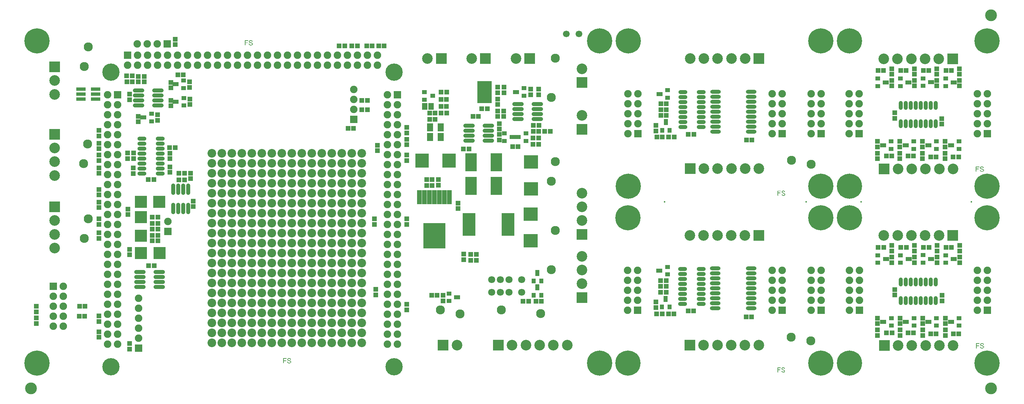
<source format=gts>
G04 Layer_Color=8388736*
%FSLAX44Y44*%
%MOMM*%
G71*
G01*
G75*
%ADD48C,1.9000*%
%ADD54C,1.8000*%
%ADD62R,5.6000X6.4000*%
%ADD63C,3.0000*%
%ADD64R,1.5000X1.0500*%
%ADD65R,1.3000X1.0500*%
%ADD66R,1.3000X1.2000*%
%ADD67O,1.0000X2.3000*%
%ADD68R,1.2000X1.3000*%
%ADD69R,1.0500X1.3000*%
%ADD70R,1.0500X1.5000*%
%ADD71O,2.3000X1.0000*%
%ADD72O,2.7000X1.0000*%
%ADD73R,3.4000X3.6000*%
%ADD74R,3.6000X3.4000*%
%ADD75O,2.9000X1.1000*%
%ADD76O,1.1000X2.9000*%
%ADD77R,1.3000X3.6000*%
%ADD78R,1.9500X5.6000*%
%ADD79R,3.3000X5.8000*%
%ADD80R,1.2500X1.0000*%
%ADD81R,3.0162X3.1432*%
%ADD82R,3.1432X3.0162*%
%ADD83R,2.4000X0.9300*%
%ADD84R,1.4000X1.7000*%
%ADD85R,3.0000X4.6000*%
%ADD86R,1.5000X2.1000*%
%ADD87C,0.4000*%
%ADD88C,2.7000*%
%ADD89R,2.7000X2.7000*%
%ADD90R,1.9000X1.9000*%
%ADD91C,6.4000*%
%ADD92C,2.3000*%
%ADD93R,2.7000X2.7000*%
%ADD94R,1.9000X1.9000*%
%ADD95C,1.7000*%
%ADD96C,2.2000*%
%ADD97C,4.4000*%
%ADD98R,2.7000X2.7000*%
G36*
X2429876Y533539D02*
X2422942D01*
Y529572D01*
X2428947D01*
Y528061D01*
X2422942D01*
Y522250D01*
X2421250D01*
Y535051D01*
X2429876D01*
Y533539D01*
D02*
G37*
G36*
X2436852Y535258D02*
X2437004Y535245D01*
X2437157Y535231D01*
X2437337Y535217D01*
X2437726Y535162D01*
X2438156Y535078D01*
X2438585Y534953D01*
X2439001Y534801D01*
X2439015D01*
X2439043Y534773D01*
X2439112Y534759D01*
X2439182Y534718D01*
X2439265Y534662D01*
X2439376Y534607D01*
X2439612Y534468D01*
X2439889Y534274D01*
X2440166Y534038D01*
X2440430Y533775D01*
X2440666Y533456D01*
X2440679Y533442D01*
X2440693Y533414D01*
X2440721Y533372D01*
X2440763Y533303D01*
X2440804Y533220D01*
X2440860Y533123D01*
X2440901Y532998D01*
X2440971Y532873D01*
X2441082Y532582D01*
X2441179Y532235D01*
X2441262Y531861D01*
X2441304Y531445D01*
X2439681Y531320D01*
Y531334D01*
X2439667Y531375D01*
Y531431D01*
X2439653Y531514D01*
X2439626Y531625D01*
X2439598Y531736D01*
X2439515Y532000D01*
X2439404Y532291D01*
X2439237Y532596D01*
X2439043Y532887D01*
X2438918Y533012D01*
X2438780Y533137D01*
X2438766Y533150D01*
X2438752Y533164D01*
X2438696Y533192D01*
X2438641Y533234D01*
X2438558Y533275D01*
X2438461Y533331D01*
X2438350Y533386D01*
X2438225Y533456D01*
X2438072Y533511D01*
X2437906Y533567D01*
X2437726Y533622D01*
X2437531Y533664D01*
X2437310Y533705D01*
X2437074Y533733D01*
X2436824Y533761D01*
X2436422D01*
X2436311Y533747D01*
X2436186D01*
X2436048Y533733D01*
X2435881Y533719D01*
X2435715Y533691D01*
X2435340Y533622D01*
X2434980Y533525D01*
X2434633Y533386D01*
X2434467Y533289D01*
X2434328Y533192D01*
X2434314D01*
X2434300Y533164D01*
X2434217Y533095D01*
X2434106Y532970D01*
X2433981Y532804D01*
X2433856Y532610D01*
X2433745Y532374D01*
X2433662Y532124D01*
X2433648Y531986D01*
X2433634Y531833D01*
Y531819D01*
Y531805D01*
X2433648Y531722D01*
X2433662Y531597D01*
X2433690Y531445D01*
X2433759Y531264D01*
X2433842Y531070D01*
X2433953Y530890D01*
X2434120Y530710D01*
X2434147Y530696D01*
X2434175Y530668D01*
X2434231Y530626D01*
X2434300Y530585D01*
X2434383Y530543D01*
X2434494Y530488D01*
X2434619Y530419D01*
X2434772Y530349D01*
X2434952Y530280D01*
X2435160Y530210D01*
X2435396Y530127D01*
X2435673Y530044D01*
X2435964Y529961D01*
X2436297Y529864D01*
X2436672Y529781D01*
X2436699D01*
X2436769Y529767D01*
X2436866Y529739D01*
X2437004Y529697D01*
X2437171Y529670D01*
X2437365Y529614D01*
X2437573Y529572D01*
X2437795Y529503D01*
X2438266Y529378D01*
X2438738Y529254D01*
X2438960Y529184D01*
X2439154Y529115D01*
X2439348Y529045D01*
X2439501Y528976D01*
X2439515D01*
X2439556Y528948D01*
X2439612Y528921D01*
X2439681Y528879D01*
X2439778Y528838D01*
X2439889Y528768D01*
X2440125Y528616D01*
X2440402Y528435D01*
X2440666Y528213D01*
X2440929Y527950D01*
X2441040Y527811D01*
X2441151Y527673D01*
Y527659D01*
X2441179Y527631D01*
X2441207Y527589D01*
X2441234Y527534D01*
X2441276Y527464D01*
X2441317Y527367D01*
X2441428Y527146D01*
X2441526Y526882D01*
X2441609Y526577D01*
X2441664Y526230D01*
X2441692Y525856D01*
Y525842D01*
Y525814D01*
Y525759D01*
X2441678Y525689D01*
Y525592D01*
X2441664Y525495D01*
X2441623Y525232D01*
X2441553Y524940D01*
X2441442Y524622D01*
X2441290Y524289D01*
X2441207Y524108D01*
X2441096Y523942D01*
Y523928D01*
X2441068Y523900D01*
X2441040Y523859D01*
X2440985Y523789D01*
X2440860Y523637D01*
X2440666Y523429D01*
X2440430Y523207D01*
X2440139Y522971D01*
X2439806Y522749D01*
X2439418Y522541D01*
X2439404D01*
X2439362Y522514D01*
X2439307Y522500D01*
X2439223Y522458D01*
X2439126Y522430D01*
X2439001Y522389D01*
X2438863Y522333D01*
X2438696Y522292D01*
X2438530Y522250D01*
X2438336Y522195D01*
X2437920Y522125D01*
X2437462Y522070D01*
X2436963Y522042D01*
X2436796D01*
X2436672Y522056D01*
X2436519D01*
X2436353Y522070D01*
X2436158Y522084D01*
X2435937Y522111D01*
X2435479Y522167D01*
X2434993Y522250D01*
X2434508Y522375D01*
X2434037Y522541D01*
X2434023D01*
X2433981Y522569D01*
X2433926Y522597D01*
X2433842Y522638D01*
X2433745Y522694D01*
X2433634Y522749D01*
X2433371Y522916D01*
X2433080Y523124D01*
X2432775Y523387D01*
X2432469Y523692D01*
X2432206Y524053D01*
X2432192Y524067D01*
X2432178Y524095D01*
X2432151Y524150D01*
X2432109Y524233D01*
X2432053Y524330D01*
X2431998Y524441D01*
X2431929Y524580D01*
X2431873Y524732D01*
X2431804Y524885D01*
X2431748Y525065D01*
X2431637Y525467D01*
X2431554Y525897D01*
X2431526Y526133D01*
X2431512Y526369D01*
X2433107Y526508D01*
Y526494D01*
Y526466D01*
X2433121Y526410D01*
X2433135Y526341D01*
X2433149Y526258D01*
X2433163Y526175D01*
X2433218Y525939D01*
X2433288Y525689D01*
X2433371Y525426D01*
X2433482Y525162D01*
X2433620Y524913D01*
X2433634Y524885D01*
X2433704Y524816D01*
X2433801Y524705D01*
X2433940Y524566D01*
X2434120Y524400D01*
X2434342Y524247D01*
X2434605Y524081D01*
X2434910Y523928D01*
X2434924D01*
X2434952Y523914D01*
X2434993Y523900D01*
X2435063Y523873D01*
X2435146Y523845D01*
X2435243Y523803D01*
X2435354Y523775D01*
X2435479Y523748D01*
X2435770Y523678D01*
X2436117Y523609D01*
X2436477Y523568D01*
X2436880Y523554D01*
X2437046D01*
X2437129Y523568D01*
X2437226D01*
X2437448Y523595D01*
X2437712Y523623D01*
X2438003Y523665D01*
X2438294Y523734D01*
X2438572Y523831D01*
X2438585D01*
X2438599Y523845D01*
X2438641Y523859D01*
X2438696Y523886D01*
X2438821Y523956D01*
X2438988Y524039D01*
X2439168Y524150D01*
X2439362Y524289D01*
X2439529Y524441D01*
X2439681Y524622D01*
X2439695Y524649D01*
X2439736Y524705D01*
X2439806Y524816D01*
X2439875Y524954D01*
X2439931Y525121D01*
X2440000Y525301D01*
X2440042Y525509D01*
X2440056Y525717D01*
Y525731D01*
Y525745D01*
Y525814D01*
X2440042Y525939D01*
X2440014Y526078D01*
X2439972Y526244D01*
X2439903Y526424D01*
X2439820Y526605D01*
X2439695Y526771D01*
X2439681Y526785D01*
X2439626Y526840D01*
X2439542Y526924D01*
X2439418Y527035D01*
X2439265Y527146D01*
X2439057Y527270D01*
X2438821Y527395D01*
X2438544Y527520D01*
X2438516Y527534D01*
X2438488Y527548D01*
X2438433Y527562D01*
X2438377Y527575D01*
X2438294Y527603D01*
X2438183Y527645D01*
X2438072Y527673D01*
X2437920Y527714D01*
X2437767Y527770D01*
X2437573Y527811D01*
X2437365Y527867D01*
X2437129Y527936D01*
X2436880Y527991D01*
X2436588Y528075D01*
X2436269Y528144D01*
X2436255D01*
X2436200Y528158D01*
X2436103Y528186D01*
X2435992Y528213D01*
X2435840Y528255D01*
X2435673Y528297D01*
X2435507Y528352D01*
X2435312Y528408D01*
X2434896Y528532D01*
X2434494Y528671D01*
X2434300Y528740D01*
X2434120Y528810D01*
X2433953Y528879D01*
X2433815Y528948D01*
X2433801D01*
X2433773Y528976D01*
X2433732Y529004D01*
X2433662Y529032D01*
X2433496Y529129D01*
X2433302Y529267D01*
X2433066Y529448D01*
X2432844Y529642D01*
X2432622Y529878D01*
X2432442Y530127D01*
Y530141D01*
X2432428Y530155D01*
X2432400Y530197D01*
X2432372Y530252D01*
X2432303Y530405D01*
X2432220Y530599D01*
X2432137Y530835D01*
X2432067Y531112D01*
X2432012Y531417D01*
X2431998Y531736D01*
Y531750D01*
Y531778D01*
Y531833D01*
X2432012Y531902D01*
Y531986D01*
X2432026Y532083D01*
X2432067Y532332D01*
X2432137Y532610D01*
X2432220Y532901D01*
X2432359Y533220D01*
X2432539Y533539D01*
Y533553D01*
X2432567Y533581D01*
X2432594Y533622D01*
X2432636Y533677D01*
X2432775Y533830D01*
X2432955Y534024D01*
X2433177Y534232D01*
X2433454Y534440D01*
X2433773Y534648D01*
X2434147Y534829D01*
X2434161D01*
X2434189Y534842D01*
X2434259Y534870D01*
X2434328Y534898D01*
X2434425Y534926D01*
X2434550Y534967D01*
X2434688Y535009D01*
X2434841Y535051D01*
X2435007Y535092D01*
X2435188Y535134D01*
X2435576Y535203D01*
X2436020Y535258D01*
X2436491Y535272D01*
X2436727D01*
X2436852Y535258D01*
D02*
G37*
G36*
X1925155Y473482D02*
X1925280Y473454D01*
X1925419Y473398D01*
X1925558Y473301D01*
X1925682Y473163D01*
X1925724Y473079D01*
X1925766Y472982D01*
X1925779Y472858D01*
X1925793Y472719D01*
Y472705D01*
Y472691D01*
X1925779Y472594D01*
X1925752Y472469D01*
X1925696Y472331D01*
X1925613Y472192D01*
X1925474Y472067D01*
X1925391Y472011D01*
X1925294Y471970D01*
X1925183Y471956D01*
X1925044Y471942D01*
X1918998D01*
Y468642D01*
X1923644D01*
X1923741Y468628D01*
X1923852Y468600D01*
X1924004Y468544D01*
X1924143Y468447D01*
X1924254Y468309D01*
X1924309Y468225D01*
X1924351Y468128D01*
X1924365Y468004D01*
X1924379Y467865D01*
Y467851D01*
Y467837D01*
X1924365Y467740D01*
X1924337Y467615D01*
X1924282Y467477D01*
X1924198Y467338D01*
X1924060Y467213D01*
X1923976Y467158D01*
X1923866Y467116D01*
X1923755Y467102D01*
X1923616Y467088D01*
X1918998D01*
Y461679D01*
Y461666D01*
Y461652D01*
Y461610D01*
X1918984Y461555D01*
X1918956Y461430D01*
X1918901Y461291D01*
X1918817Y461139D01*
X1918679Y461014D01*
X1918596Y460958D01*
X1918499Y460917D01*
X1918388Y460903D01*
X1918249Y460889D01*
X1918221D01*
X1918138Y460903D01*
X1918013Y460931D01*
X1917874Y460986D01*
X1917736Y461083D01*
X1917680Y461152D01*
X1917611Y461222D01*
X1917569Y461319D01*
X1917528Y461416D01*
X1917514Y461541D01*
X1917500Y461679D01*
Y473495D01*
X1925072D01*
X1925155Y473482D01*
D02*
G37*
G36*
X1932312Y473745D02*
X1932464D01*
X1932630Y473731D01*
X1932825Y473703D01*
X1933227Y473634D01*
X1933657Y473523D01*
X1933879Y473454D01*
X1934100Y473371D01*
X1934322Y473260D01*
X1934530Y473149D01*
X1934544Y473135D01*
X1934586Y473121D01*
X1934641Y473079D01*
X1934725Y473010D01*
X1934822Y472941D01*
X1934933Y472844D01*
X1935057Y472747D01*
X1935182Y472622D01*
X1935307Y472483D01*
X1935446Y472331D01*
X1935584Y472150D01*
X1935709Y471970D01*
X1935834Y471762D01*
X1935945Y471554D01*
X1936056Y471318D01*
X1936139Y471068D01*
X1936153Y471041D01*
X1936167Y470985D01*
X1936181Y470916D01*
Y470819D01*
Y470805D01*
Y470763D01*
X1936167Y470708D01*
X1936153Y470639D01*
X1936125Y470555D01*
X1936084Y470472D01*
X1936028Y470389D01*
X1935945Y470306D01*
X1935931Y470292D01*
X1935903Y470278D01*
X1935862Y470250D01*
X1935792Y470209D01*
X1935709Y470167D01*
X1935626Y470139D01*
X1935515Y470125D01*
X1935404Y470112D01*
X1935376D01*
X1935321Y470125D01*
X1935224Y470139D01*
X1935113Y470181D01*
X1934988Y470250D01*
X1934863Y470333D01*
X1934766Y470472D01*
X1934683Y470652D01*
Y470666D01*
X1934669Y470680D01*
X1934655Y470722D01*
X1934641Y470777D01*
X1934572Y470916D01*
X1934475Y471082D01*
X1934336Y471277D01*
X1934156Y471471D01*
X1933934Y471651D01*
X1933671Y471831D01*
X1933657D01*
X1933643Y471845D01*
X1933601Y471873D01*
X1933532Y471901D01*
X1933463Y471928D01*
X1933379Y471970D01*
X1933171Y472053D01*
X1932922Y472122D01*
X1932644Y472192D01*
X1932325Y472233D01*
X1931992Y472247D01*
X1931965D01*
X1931895Y472233D01*
X1931771D01*
X1931618Y472206D01*
X1931438Y472178D01*
X1931230Y472122D01*
X1931008Y472067D01*
X1930786Y471984D01*
X1930564Y471887D01*
X1930342Y471776D01*
X1930134Y471623D01*
X1929954Y471457D01*
X1929801Y471263D01*
X1929690Y471027D01*
X1929607Y470763D01*
X1929593Y470625D01*
X1929579Y470472D01*
Y470458D01*
Y470430D01*
Y470389D01*
X1929593Y470333D01*
X1929621Y470167D01*
X1929690Y469959D01*
X1929787Y469723D01*
X1929857Y469598D01*
X1929940Y469474D01*
X1930037Y469349D01*
X1930162Y469224D01*
X1930287Y469099D01*
X1930439Y468988D01*
X1930453D01*
X1930467Y468974D01*
X1930509Y468947D01*
X1930564Y468919D01*
X1930620Y468877D01*
X1930703Y468836D01*
X1930800Y468780D01*
X1930925Y468711D01*
X1931049Y468642D01*
X1931202Y468572D01*
X1931368Y468503D01*
X1931549Y468420D01*
X1931757Y468322D01*
X1931965Y468239D01*
X1932214Y468142D01*
X1932464Y468045D01*
X1932492Y468031D01*
X1932561Y468017D01*
X1932658Y467976D01*
X1932811Y467920D01*
X1932977Y467851D01*
X1933171Y467782D01*
X1933379Y467698D01*
X1933615Y467615D01*
X1934087Y467407D01*
X1934544Y467199D01*
X1934766Y467102D01*
X1934960Y466991D01*
X1935141Y466894D01*
X1935293Y466797D01*
X1935307Y466783D01*
X1935349Y466755D01*
X1935418Y466700D01*
X1935515Y466631D01*
X1935612Y466534D01*
X1935723Y466423D01*
X1935848Y466284D01*
X1935987Y466131D01*
X1936111Y465965D01*
X1936236Y465785D01*
X1936347Y465577D01*
X1936458Y465368D01*
X1936541Y465133D01*
X1936611Y464883D01*
X1936652Y464620D01*
X1936666Y464342D01*
Y464328D01*
Y464301D01*
Y464259D01*
X1936652Y464190D01*
Y464106D01*
X1936638Y464009D01*
X1936597Y463787D01*
X1936527Y463510D01*
X1936430Y463205D01*
X1936292Y462886D01*
X1936111Y462553D01*
X1936000Y462387D01*
X1935876Y462220D01*
X1935723Y462054D01*
X1935571Y461901D01*
X1935404Y461749D01*
X1935210Y461596D01*
X1935002Y461458D01*
X1934780Y461319D01*
X1934530Y461208D01*
X1934267Y461097D01*
X1933976Y461000D01*
X1933671Y460917D01*
X1933338Y460847D01*
X1932977Y460806D01*
X1932589Y460778D01*
X1932187Y460764D01*
X1932076D01*
X1931937Y460778D01*
X1931743Y460806D01*
X1931521Y460847D01*
X1931257Y460903D01*
X1930980Y460986D01*
X1930675Y461097D01*
X1930342Y461236D01*
X1930009Y461416D01*
X1929663Y461624D01*
X1929316Y461888D01*
X1928983Y462179D01*
X1928664Y462539D01*
X1928498Y462733D01*
X1928359Y462942D01*
X1928206Y463177D01*
X1928068Y463413D01*
Y463427D01*
X1928054Y463441D01*
X1928026Y463538D01*
X1927984Y463663D01*
X1927971Y463815D01*
Y463829D01*
Y463871D01*
X1927984Y463940D01*
X1927998Y464023D01*
X1928026Y464120D01*
X1928082Y464217D01*
X1928137Y464328D01*
X1928220Y464426D01*
X1928234Y464439D01*
X1928262Y464467D01*
X1928317Y464509D01*
X1928387Y464564D01*
X1928470Y464620D01*
X1928567Y464661D01*
X1928678Y464689D01*
X1928789Y464703D01*
X1928844D01*
X1928914Y464689D01*
X1928997Y464661D01*
X1929080Y464606D01*
X1929163Y464536D01*
X1929247Y464439D01*
X1929316Y464314D01*
X1929330Y464287D01*
X1929357Y464231D01*
X1929413Y464134D01*
X1929482Y464009D01*
X1929579Y463857D01*
X1929704Y463677D01*
X1929843Y463496D01*
X1930009Y463316D01*
X1930204Y463136D01*
X1930412Y462955D01*
X1930647Y462775D01*
X1930911Y462636D01*
X1931188Y462498D01*
X1931493Y462401D01*
X1931826Y462345D01*
X1932187Y462318D01*
X1932312D01*
X1932464Y462331D01*
X1932644Y462345D01*
X1932866Y462373D01*
X1933116Y462428D01*
X1933379Y462484D01*
X1933657Y462567D01*
X1933920Y462678D01*
X1934184Y462803D01*
X1934433Y462969D01*
X1934655Y463163D01*
X1934849Y463399D01*
X1934988Y463663D01*
X1935043Y463815D01*
X1935085Y463982D01*
X1935099Y464148D01*
X1935113Y464328D01*
Y464342D01*
Y464370D01*
X1935099Y464426D01*
X1935085Y464495D01*
X1935057Y464592D01*
X1935016Y464689D01*
X1934960Y464814D01*
X1934891Y464939D01*
X1934794Y465077D01*
X1934669Y465216D01*
X1934516Y465368D01*
X1934336Y465521D01*
X1934128Y465674D01*
X1933892Y465826D01*
X1933601Y465979D01*
X1933282Y466117D01*
X1933268D01*
X1933241Y466131D01*
X1933199Y466145D01*
X1933144Y466173D01*
X1933060Y466214D01*
X1932977Y466242D01*
X1932769Y466339D01*
X1932520Y466436D01*
X1932228Y466561D01*
X1931937Y466686D01*
X1931618Y466811D01*
X1931313Y466936D01*
X1931008Y467061D01*
X1930717Y467185D01*
X1930467Y467296D01*
X1930245Y467393D01*
X1930148Y467421D01*
X1930065Y467463D01*
X1929995Y467490D01*
X1929954Y467504D01*
X1929912Y467518D01*
X1929898Y467532D01*
X1929884Y467546D01*
X1929815Y467588D01*
X1929732Y467643D01*
X1929621Y467726D01*
X1929482Y467837D01*
X1929330Y467976D01*
X1929163Y468128D01*
X1928997Y468309D01*
X1928817Y468503D01*
X1928650Y468725D01*
X1928498Y468960D01*
X1928373Y469224D01*
X1928248Y469487D01*
X1928165Y469793D01*
X1928109Y470098D01*
X1928082Y470430D01*
Y470444D01*
Y470500D01*
X1928096Y470597D01*
Y470708D01*
X1928123Y470847D01*
X1928151Y471013D01*
X1928179Y471193D01*
X1928234Y471387D01*
X1928304Y471595D01*
X1928387Y471804D01*
X1928484Y472011D01*
X1928609Y472233D01*
X1928747Y472441D01*
X1928914Y472636D01*
X1929094Y472830D01*
X1929316Y472996D01*
X1929330Y473010D01*
X1929357Y473024D01*
X1929413Y473065D01*
X1929496Y473107D01*
X1929593Y473163D01*
X1929718Y473218D01*
X1929857Y473287D01*
X1930023Y473357D01*
X1930204Y473426D01*
X1930398Y473495D01*
X1930606Y473565D01*
X1930841Y473620D01*
X1931091Y473662D01*
X1931355Y473717D01*
X1931646Y473745D01*
X1931937Y473759D01*
X1932187D01*
X1932312Y473745D01*
D02*
G37*
G36*
X1924655Y23482D02*
X1924780Y23454D01*
X1924919Y23398D01*
X1925058Y23301D01*
X1925182Y23163D01*
X1925224Y23079D01*
X1925266Y22982D01*
X1925279Y22857D01*
X1925293Y22719D01*
Y22705D01*
Y22691D01*
X1925279Y22594D01*
X1925252Y22469D01*
X1925196Y22331D01*
X1925113Y22192D01*
X1924974Y22067D01*
X1924891Y22011D01*
X1924794Y21970D01*
X1924683Y21956D01*
X1924544Y21942D01*
X1918498D01*
Y18642D01*
X1923144D01*
X1923241Y18628D01*
X1923352Y18600D01*
X1923504Y18544D01*
X1923643Y18447D01*
X1923754Y18309D01*
X1923809Y18225D01*
X1923851Y18128D01*
X1923865Y18003D01*
X1923879Y17865D01*
Y17851D01*
Y17837D01*
X1923865Y17740D01*
X1923837Y17615D01*
X1923782Y17477D01*
X1923698Y17338D01*
X1923560Y17213D01*
X1923477Y17158D01*
X1923366Y17116D01*
X1923255Y17102D01*
X1923116Y17088D01*
X1918498D01*
Y11680D01*
Y11666D01*
Y11652D01*
Y11610D01*
X1918484Y11555D01*
X1918456Y11430D01*
X1918401Y11291D01*
X1918318Y11139D01*
X1918179Y11014D01*
X1918096Y10958D01*
X1917999Y10917D01*
X1917888Y10903D01*
X1917749Y10889D01*
X1917721D01*
X1917638Y10903D01*
X1917513Y10931D01*
X1917374Y10986D01*
X1917236Y11083D01*
X1917180Y11153D01*
X1917111Y11222D01*
X1917069Y11319D01*
X1917028Y11416D01*
X1917014Y11541D01*
X1917000Y11680D01*
Y23495D01*
X1924572D01*
X1924655Y23482D01*
D02*
G37*
G36*
X1931812Y23745D02*
X1931964D01*
X1932130Y23731D01*
X1932325Y23703D01*
X1932727Y23634D01*
X1933157Y23523D01*
X1933379Y23454D01*
X1933600Y23371D01*
X1933822Y23260D01*
X1934030Y23149D01*
X1934044Y23135D01*
X1934086Y23121D01*
X1934141Y23079D01*
X1934225Y23010D01*
X1934322Y22941D01*
X1934433Y22844D01*
X1934557Y22747D01*
X1934682Y22622D01*
X1934807Y22483D01*
X1934946Y22331D01*
X1935084Y22150D01*
X1935209Y21970D01*
X1935334Y21762D01*
X1935445Y21554D01*
X1935556Y21318D01*
X1935639Y21068D01*
X1935653Y21041D01*
X1935667Y20985D01*
X1935681Y20916D01*
Y20819D01*
Y20805D01*
Y20763D01*
X1935667Y20708D01*
X1935653Y20638D01*
X1935625Y20555D01*
X1935584Y20472D01*
X1935528Y20389D01*
X1935445Y20306D01*
X1935431Y20292D01*
X1935403Y20278D01*
X1935362Y20250D01*
X1935292Y20209D01*
X1935209Y20167D01*
X1935126Y20139D01*
X1935015Y20125D01*
X1934904Y20111D01*
X1934876D01*
X1934821Y20125D01*
X1934724Y20139D01*
X1934613Y20181D01*
X1934488Y20250D01*
X1934363Y20333D01*
X1934266Y20472D01*
X1934183Y20652D01*
Y20666D01*
X1934169Y20680D01*
X1934155Y20722D01*
X1934141Y20777D01*
X1934072Y20916D01*
X1933975Y21082D01*
X1933836Y21277D01*
X1933656Y21471D01*
X1933434Y21651D01*
X1933171Y21831D01*
X1933157D01*
X1933143Y21845D01*
X1933101Y21873D01*
X1933032Y21901D01*
X1932962Y21928D01*
X1932879Y21970D01*
X1932671Y22053D01*
X1932422Y22122D01*
X1932144Y22192D01*
X1931825Y22233D01*
X1931492Y22247D01*
X1931465D01*
X1931395Y22233D01*
X1931271D01*
X1931118Y22206D01*
X1930938Y22178D01*
X1930730Y22122D01*
X1930508Y22067D01*
X1930286Y21984D01*
X1930064Y21887D01*
X1929842Y21776D01*
X1929634Y21623D01*
X1929454Y21457D01*
X1929301Y21263D01*
X1929190Y21027D01*
X1929107Y20763D01*
X1929093Y20625D01*
X1929079Y20472D01*
Y20458D01*
Y20431D01*
Y20389D01*
X1929093Y20333D01*
X1929121Y20167D01*
X1929190Y19959D01*
X1929287Y19723D01*
X1929357Y19598D01*
X1929440Y19474D01*
X1929537Y19349D01*
X1929662Y19224D01*
X1929787Y19099D01*
X1929939Y18988D01*
X1929953D01*
X1929967Y18974D01*
X1930009Y18947D01*
X1930064Y18919D01*
X1930119Y18877D01*
X1930203Y18836D01*
X1930300Y18780D01*
X1930425Y18711D01*
X1930549Y18642D01*
X1930702Y18572D01*
X1930868Y18503D01*
X1931049Y18420D01*
X1931257Y18322D01*
X1931465Y18239D01*
X1931714Y18142D01*
X1931964Y18045D01*
X1931992Y18031D01*
X1932061Y18017D01*
X1932158Y17976D01*
X1932311Y17920D01*
X1932477Y17851D01*
X1932671Y17782D01*
X1932879Y17698D01*
X1933115Y17615D01*
X1933587Y17407D01*
X1934044Y17199D01*
X1934266Y17102D01*
X1934460Y16991D01*
X1934641Y16894D01*
X1934793Y16797D01*
X1934807Y16783D01*
X1934849Y16755D01*
X1934918Y16700D01*
X1935015Y16631D01*
X1935112Y16533D01*
X1935223Y16422D01*
X1935348Y16284D01*
X1935487Y16131D01*
X1935611Y15965D01*
X1935736Y15785D01*
X1935847Y15577D01*
X1935958Y15368D01*
X1936041Y15133D01*
X1936111Y14883D01*
X1936152Y14620D01*
X1936166Y14342D01*
Y14328D01*
Y14301D01*
Y14259D01*
X1936152Y14190D01*
Y14107D01*
X1936138Y14009D01*
X1936097Y13788D01*
X1936027Y13510D01*
X1935930Y13205D01*
X1935792Y12886D01*
X1935611Y12553D01*
X1935500Y12387D01*
X1935376Y12220D01*
X1935223Y12054D01*
X1935070Y11901D01*
X1934904Y11749D01*
X1934710Y11596D01*
X1934502Y11458D01*
X1934280Y11319D01*
X1934030Y11208D01*
X1933767Y11097D01*
X1933476Y11000D01*
X1933171Y10917D01*
X1932838Y10848D01*
X1932477Y10806D01*
X1932089Y10778D01*
X1931687Y10764D01*
X1931576D01*
X1931437Y10778D01*
X1931243Y10806D01*
X1931021Y10848D01*
X1930757Y10903D01*
X1930480Y10986D01*
X1930175Y11097D01*
X1929842Y11236D01*
X1929509Y11416D01*
X1929163Y11624D01*
X1928816Y11888D01*
X1928483Y12179D01*
X1928164Y12539D01*
X1927998Y12734D01*
X1927859Y12942D01*
X1927706Y13177D01*
X1927568Y13413D01*
Y13427D01*
X1927554Y13441D01*
X1927526Y13538D01*
X1927484Y13663D01*
X1927471Y13815D01*
Y13829D01*
Y13871D01*
X1927484Y13940D01*
X1927498Y14023D01*
X1927526Y14120D01*
X1927582Y14217D01*
X1927637Y14328D01*
X1927720Y14425D01*
X1927734Y14439D01*
X1927762Y14467D01*
X1927817Y14509D01*
X1927887Y14564D01*
X1927970Y14620D01*
X1928067Y14661D01*
X1928178Y14689D01*
X1928289Y14703D01*
X1928344D01*
X1928414Y14689D01*
X1928497Y14661D01*
X1928580Y14606D01*
X1928663Y14536D01*
X1928746Y14439D01*
X1928816Y14315D01*
X1928830Y14287D01*
X1928858Y14231D01*
X1928913Y14134D01*
X1928982Y14009D01*
X1929079Y13857D01*
X1929204Y13677D01*
X1929343Y13496D01*
X1929509Y13316D01*
X1929704Y13136D01*
X1929911Y12955D01*
X1930147Y12775D01*
X1930411Y12636D01*
X1930688Y12498D01*
X1930993Y12401D01*
X1931326Y12345D01*
X1931687Y12318D01*
X1931812D01*
X1931964Y12331D01*
X1932144Y12345D01*
X1932366Y12373D01*
X1932616Y12428D01*
X1932879Y12484D01*
X1933157Y12567D01*
X1933420Y12678D01*
X1933684Y12803D01*
X1933933Y12969D01*
X1934155Y13163D01*
X1934349Y13399D01*
X1934488Y13663D01*
X1934543Y13815D01*
X1934585Y13982D01*
X1934599Y14148D01*
X1934613Y14328D01*
Y14342D01*
Y14370D01*
X1934599Y14425D01*
X1934585Y14495D01*
X1934557Y14592D01*
X1934516Y14689D01*
X1934460Y14814D01*
X1934391Y14939D01*
X1934294Y15077D01*
X1934169Y15216D01*
X1934017Y15368D01*
X1933836Y15521D01*
X1933628Y15674D01*
X1933392Y15826D01*
X1933101Y15979D01*
X1932782Y16117D01*
X1932768D01*
X1932741Y16131D01*
X1932699Y16145D01*
X1932644Y16173D01*
X1932560Y16214D01*
X1932477Y16242D01*
X1932269Y16339D01*
X1932020Y16436D01*
X1931728Y16561D01*
X1931437Y16686D01*
X1931118Y16811D01*
X1930813Y16936D01*
X1930508Y17061D01*
X1930217Y17185D01*
X1929967Y17296D01*
X1929745Y17393D01*
X1929648Y17421D01*
X1929565Y17463D01*
X1929495Y17490D01*
X1929454Y17504D01*
X1929412Y17518D01*
X1929398Y17532D01*
X1929384Y17546D01*
X1929315Y17587D01*
X1929232Y17643D01*
X1929121Y17726D01*
X1928982Y17837D01*
X1928830Y17976D01*
X1928663Y18128D01*
X1928497Y18309D01*
X1928317Y18503D01*
X1928150Y18725D01*
X1927998Y18960D01*
X1927873Y19224D01*
X1927748Y19488D01*
X1927665Y19793D01*
X1927609Y20098D01*
X1927582Y20431D01*
Y20444D01*
Y20500D01*
X1927596Y20597D01*
Y20708D01*
X1927623Y20847D01*
X1927651Y21013D01*
X1927679Y21193D01*
X1927734Y21387D01*
X1927803Y21595D01*
X1927887Y21804D01*
X1927984Y22011D01*
X1928109Y22233D01*
X1928247Y22441D01*
X1928414Y22636D01*
X1928594Y22830D01*
X1928816Y22996D01*
X1928830Y23010D01*
X1928858Y23024D01*
X1928913Y23066D01*
X1928996Y23107D01*
X1929093Y23163D01*
X1929218Y23218D01*
X1929357Y23287D01*
X1929523Y23357D01*
X1929704Y23426D01*
X1929898Y23495D01*
X1930106Y23565D01*
X1930341Y23620D01*
X1930591Y23662D01*
X1930854Y23717D01*
X1931146Y23745D01*
X1931437Y23759D01*
X1931687D01*
X1931812Y23745D01*
D02*
G37*
G36*
X2430126Y83539D02*
X2423192D01*
Y79573D01*
X2429197D01*
Y78061D01*
X2423192D01*
Y72250D01*
X2421500D01*
Y85050D01*
X2430126D01*
Y83539D01*
D02*
G37*
G36*
X2437102Y85259D02*
X2437254Y85245D01*
X2437407Y85231D01*
X2437587Y85217D01*
X2437976Y85162D01*
X2438405Y85078D01*
X2438835Y84953D01*
X2439252Y84801D01*
X2439265D01*
X2439293Y84773D01*
X2439362Y84759D01*
X2439432Y84718D01*
X2439515Y84662D01*
X2439626Y84607D01*
X2439862Y84468D01*
X2440139Y84274D01*
X2440416Y84038D01*
X2440680Y83775D01*
X2440916Y83456D01*
X2440930Y83442D01*
X2440943Y83414D01*
X2440971Y83372D01*
X2441013Y83303D01*
X2441054Y83220D01*
X2441110Y83123D01*
X2441151Y82998D01*
X2441221Y82873D01*
X2441332Y82582D01*
X2441429Y82235D01*
X2441512Y81861D01*
X2441554Y81445D01*
X2439931Y81320D01*
Y81334D01*
X2439917Y81375D01*
Y81431D01*
X2439903Y81514D01*
X2439876Y81625D01*
X2439848Y81736D01*
X2439765Y82000D01*
X2439654Y82291D01*
X2439487Y82596D01*
X2439293Y82887D01*
X2439168Y83012D01*
X2439030Y83137D01*
X2439016Y83151D01*
X2439002Y83164D01*
X2438946Y83192D01*
X2438891Y83234D01*
X2438808Y83275D01*
X2438711Y83331D01*
X2438600Y83386D01*
X2438475Y83456D01*
X2438322Y83511D01*
X2438156Y83567D01*
X2437976Y83622D01*
X2437781Y83664D01*
X2437560Y83705D01*
X2437324Y83733D01*
X2437074Y83761D01*
X2436672D01*
X2436561Y83747D01*
X2436436D01*
X2436297Y83733D01*
X2436131Y83719D01*
X2435965Y83691D01*
X2435590Y83622D01*
X2435230Y83525D01*
X2434883Y83386D01*
X2434716Y83289D01*
X2434578Y83192D01*
X2434564D01*
X2434550Y83164D01*
X2434467Y83095D01*
X2434356Y82970D01*
X2434231Y82804D01*
X2434106Y82610D01*
X2433995Y82374D01*
X2433912Y82124D01*
X2433898Y81986D01*
X2433884Y81833D01*
Y81819D01*
Y81805D01*
X2433898Y81722D01*
X2433912Y81597D01*
X2433940Y81445D01*
X2434009Y81264D01*
X2434092Y81070D01*
X2434203Y80890D01*
X2434370Y80710D01*
X2434397Y80696D01*
X2434425Y80668D01*
X2434481Y80626D01*
X2434550Y80585D01*
X2434633Y80543D01*
X2434744Y80488D01*
X2434869Y80419D01*
X2435022Y80349D01*
X2435202Y80280D01*
X2435410Y80211D01*
X2435646Y80127D01*
X2435923Y80044D01*
X2436214Y79961D01*
X2436547Y79864D01*
X2436922Y79781D01*
X2436949D01*
X2437019Y79767D01*
X2437116Y79739D01*
X2437254Y79697D01*
X2437421Y79670D01*
X2437615Y79614D01*
X2437823Y79573D01*
X2438045Y79503D01*
X2438517Y79378D01*
X2438988Y79254D01*
X2439210Y79184D01*
X2439404Y79115D01*
X2439598Y79046D01*
X2439751Y78976D01*
X2439765D01*
X2439806Y78948D01*
X2439862Y78921D01*
X2439931Y78879D01*
X2440028Y78837D01*
X2440139Y78768D01*
X2440375Y78616D01*
X2440652Y78435D01*
X2440916Y78213D01*
X2441179Y77950D01*
X2441290Y77811D01*
X2441401Y77673D01*
Y77659D01*
X2441429Y77631D01*
X2441457Y77589D01*
X2441484Y77534D01*
X2441526Y77464D01*
X2441568Y77367D01*
X2441678Y77146D01*
X2441776Y76882D01*
X2441859Y76577D01*
X2441914Y76230D01*
X2441942Y75856D01*
Y75842D01*
Y75814D01*
Y75759D01*
X2441928Y75689D01*
Y75592D01*
X2441914Y75495D01*
X2441873Y75232D01*
X2441803Y74941D01*
X2441692Y74622D01*
X2441540Y74289D01*
X2441457Y74108D01*
X2441346Y73942D01*
Y73928D01*
X2441318Y73900D01*
X2441290Y73859D01*
X2441235Y73789D01*
X2441110Y73637D01*
X2440916Y73429D01*
X2440680Y73207D01*
X2440389Y72971D01*
X2440056Y72749D01*
X2439668Y72541D01*
X2439654D01*
X2439612Y72513D01*
X2439557Y72500D01*
X2439473Y72458D01*
X2439376Y72430D01*
X2439252Y72389D01*
X2439113Y72333D01*
X2438946Y72292D01*
X2438780Y72250D01*
X2438586Y72194D01*
X2438170Y72125D01*
X2437712Y72070D01*
X2437213Y72042D01*
X2437046D01*
X2436922Y72056D01*
X2436769D01*
X2436603Y72070D01*
X2436409Y72084D01*
X2436187Y72111D01*
X2435729Y72167D01*
X2435244Y72250D01*
X2434758Y72375D01*
X2434287Y72541D01*
X2434273D01*
X2434231Y72569D01*
X2434176Y72597D01*
X2434092Y72638D01*
X2433995Y72694D01*
X2433884Y72749D01*
X2433621Y72916D01*
X2433330Y73124D01*
X2433025Y73387D01*
X2432720Y73692D01*
X2432456Y74053D01*
X2432442Y74067D01*
X2432428Y74095D01*
X2432401Y74150D01*
X2432359Y74233D01*
X2432303Y74330D01*
X2432248Y74441D01*
X2432179Y74580D01*
X2432123Y74732D01*
X2432054Y74885D01*
X2431998Y75065D01*
X2431887Y75468D01*
X2431804Y75897D01*
X2431776Y76133D01*
X2431763Y76369D01*
X2433357Y76508D01*
Y76494D01*
Y76466D01*
X2433371Y76410D01*
X2433385Y76341D01*
X2433399Y76258D01*
X2433413Y76175D01*
X2433468Y75939D01*
X2433538Y75689D01*
X2433621Y75426D01*
X2433732Y75162D01*
X2433871Y74913D01*
X2433884Y74885D01*
X2433954Y74816D01*
X2434051Y74705D01*
X2434189Y74566D01*
X2434370Y74400D01*
X2434592Y74247D01*
X2434855Y74081D01*
X2435160Y73928D01*
X2435174D01*
X2435202Y73914D01*
X2435244Y73900D01*
X2435313Y73873D01*
X2435396Y73845D01*
X2435493Y73803D01*
X2435604Y73776D01*
X2435729Y73748D01*
X2436020Y73678D01*
X2436367Y73609D01*
X2436727Y73568D01*
X2437130Y73554D01*
X2437296D01*
X2437379Y73568D01*
X2437476D01*
X2437698Y73595D01*
X2437962Y73623D01*
X2438253Y73665D01*
X2438544Y73734D01*
X2438822Y73831D01*
X2438835D01*
X2438849Y73845D01*
X2438891Y73859D01*
X2438946Y73886D01*
X2439071Y73956D01*
X2439238Y74039D01*
X2439418Y74150D01*
X2439612Y74289D01*
X2439778Y74441D01*
X2439931Y74622D01*
X2439945Y74649D01*
X2439987Y74705D01*
X2440056Y74816D01*
X2440125Y74954D01*
X2440181Y75121D01*
X2440250Y75301D01*
X2440292Y75509D01*
X2440305Y75717D01*
Y75731D01*
Y75745D01*
Y75814D01*
X2440292Y75939D01*
X2440264Y76078D01*
X2440222Y76244D01*
X2440153Y76424D01*
X2440070Y76605D01*
X2439945Y76771D01*
X2439931Y76785D01*
X2439876Y76840D01*
X2439792Y76924D01*
X2439668Y77035D01*
X2439515Y77146D01*
X2439307Y77270D01*
X2439071Y77395D01*
X2438794Y77520D01*
X2438766Y77534D01*
X2438738Y77548D01*
X2438683Y77562D01*
X2438627Y77575D01*
X2438544Y77603D01*
X2438433Y77645D01*
X2438322Y77673D01*
X2438170Y77714D01*
X2438017Y77770D01*
X2437823Y77811D01*
X2437615Y77867D01*
X2437379Y77936D01*
X2437130Y77991D01*
X2436838Y78075D01*
X2436519Y78144D01*
X2436505D01*
X2436450Y78158D01*
X2436353Y78186D01*
X2436242Y78213D01*
X2436089Y78255D01*
X2435923Y78297D01*
X2435757Y78352D01*
X2435562Y78408D01*
X2435146Y78532D01*
X2434744Y78671D01*
X2434550Y78740D01*
X2434370Y78810D01*
X2434203Y78879D01*
X2434065Y78948D01*
X2434051D01*
X2434023Y78976D01*
X2433981Y79004D01*
X2433912Y79032D01*
X2433746Y79129D01*
X2433552Y79267D01*
X2433316Y79448D01*
X2433094Y79642D01*
X2432872Y79878D01*
X2432692Y80127D01*
Y80141D01*
X2432678Y80155D01*
X2432650Y80197D01*
X2432622Y80252D01*
X2432553Y80405D01*
X2432470Y80599D01*
X2432387Y80835D01*
X2432317Y81112D01*
X2432262Y81417D01*
X2432248Y81736D01*
Y81750D01*
Y81778D01*
Y81833D01*
X2432262Y81902D01*
Y81986D01*
X2432276Y82083D01*
X2432317Y82332D01*
X2432387Y82610D01*
X2432470Y82901D01*
X2432608Y83220D01*
X2432789Y83539D01*
Y83553D01*
X2432816Y83581D01*
X2432844Y83622D01*
X2432886Y83678D01*
X2433025Y83830D01*
X2433205Y84024D01*
X2433427Y84232D01*
X2433704Y84440D01*
X2434023Y84648D01*
X2434397Y84829D01*
X2434411D01*
X2434439Y84843D01*
X2434509Y84870D01*
X2434578Y84898D01*
X2434675Y84926D01*
X2434800Y84967D01*
X2434938Y85009D01*
X2435091Y85050D01*
X2435257Y85092D01*
X2435438Y85134D01*
X2435826Y85203D01*
X2436270Y85259D01*
X2436741Y85272D01*
X2436977D01*
X2437102Y85259D01*
D02*
G37*
G36*
X578602Y856758D02*
X578755Y856744D01*
X578907Y856730D01*
X579087Y856716D01*
X579476Y856661D01*
X579906Y856578D01*
X580336Y856453D01*
X580752Y856300D01*
X580765D01*
X580793Y856272D01*
X580863Y856258D01*
X580932Y856217D01*
X581015Y856161D01*
X581126Y856106D01*
X581362Y855967D01*
X581639Y855773D01*
X581917Y855537D01*
X582180Y855274D01*
X582416Y854955D01*
X582430Y854941D01*
X582444Y854913D01*
X582471Y854872D01*
X582513Y854802D01*
X582555Y854719D01*
X582610Y854622D01*
X582652Y854497D01*
X582721Y854372D01*
X582832Y854081D01*
X582929Y853735D01*
X583012Y853360D01*
X583054Y852944D01*
X581431Y852819D01*
Y852833D01*
X581417Y852875D01*
Y852930D01*
X581403Y853013D01*
X581376Y853124D01*
X581348Y853235D01*
X581265Y853499D01*
X581154Y853790D01*
X580987Y854095D01*
X580793Y854386D01*
X580668Y854511D01*
X580530Y854636D01*
X580516Y854650D01*
X580502Y854664D01*
X580447Y854691D01*
X580391Y854733D01*
X580308Y854775D01*
X580211Y854830D01*
X580100Y854886D01*
X579975Y854955D01*
X579822Y855010D01*
X579656Y855066D01*
X579476Y855121D01*
X579282Y855163D01*
X579060Y855204D01*
X578824Y855232D01*
X578574Y855260D01*
X578172D01*
X578061Y855246D01*
X577936D01*
X577798Y855232D01*
X577631Y855218D01*
X577465Y855191D01*
X577090Y855121D01*
X576730Y855024D01*
X576383Y854886D01*
X576217Y854789D01*
X576078Y854691D01*
X576064D01*
X576050Y854664D01*
X575967Y854594D01*
X575856Y854470D01*
X575731Y854303D01*
X575606Y854109D01*
X575495Y853873D01*
X575412Y853624D01*
X575398Y853485D01*
X575384Y853332D01*
Y853318D01*
Y853305D01*
X575398Y853221D01*
X575412Y853096D01*
X575440Y852944D01*
X575509Y852764D01*
X575592Y852570D01*
X575704Y852389D01*
X575870Y852209D01*
X575898Y852195D01*
X575925Y852167D01*
X575981Y852126D01*
X576050Y852084D01*
X576133Y852042D01*
X576244Y851987D01*
X576369Y851918D01*
X576522Y851848D01*
X576702Y851779D01*
X576910Y851710D01*
X577146Y851627D01*
X577423Y851543D01*
X577714Y851460D01*
X578047Y851363D01*
X578422Y851280D01*
X578449D01*
X578519Y851266D01*
X578616Y851238D01*
X578755Y851197D01*
X578921Y851169D01*
X579115Y851113D01*
X579323Y851072D01*
X579545Y851002D01*
X580017Y850878D01*
X580488Y850753D01*
X580710Y850683D01*
X580904Y850614D01*
X581098Y850545D01*
X581251Y850475D01*
X581265D01*
X581306Y850448D01*
X581362Y850420D01*
X581431Y850378D01*
X581528Y850337D01*
X581639Y850267D01*
X581875Y850115D01*
X582152Y849934D01*
X582416Y849713D01*
X582679Y849449D01*
X582790Y849311D01*
X582901Y849172D01*
Y849158D01*
X582929Y849130D01*
X582957Y849089D01*
X582984Y849033D01*
X583026Y848964D01*
X583068Y848867D01*
X583179Y848645D01*
X583276Y848381D01*
X583359Y848076D01*
X583414Y847729D01*
X583442Y847355D01*
Y847341D01*
Y847313D01*
Y847258D01*
X583428Y847189D01*
Y847092D01*
X583414Y846994D01*
X583373Y846731D01*
X583303Y846440D01*
X583192Y846121D01*
X583040Y845788D01*
X582957Y845608D01*
X582846Y845441D01*
Y845427D01*
X582818Y845400D01*
X582790Y845358D01*
X582735Y845289D01*
X582610Y845136D01*
X582416Y844928D01*
X582180Y844706D01*
X581889Y844470D01*
X581556Y844249D01*
X581168Y844041D01*
X581154D01*
X581112Y844013D01*
X581057Y843999D01*
X580974Y843957D01*
X580876Y843930D01*
X580752Y843888D01*
X580613Y843832D01*
X580447Y843791D01*
X580280Y843749D01*
X580086Y843694D01*
X579670Y843624D01*
X579212Y843569D01*
X578713Y843541D01*
X578546D01*
X578422Y843555D01*
X578269D01*
X578103Y843569D01*
X577909Y843583D01*
X577687Y843611D01*
X577229Y843666D01*
X576744Y843749D01*
X576258Y843874D01*
X575787Y844041D01*
X575773D01*
X575731Y844068D01*
X575676Y844096D01*
X575592Y844138D01*
X575495Y844193D01*
X575384Y844249D01*
X575121Y844415D01*
X574830Y844623D01*
X574525Y844886D01*
X574220Y845192D01*
X573956Y845552D01*
X573942Y845566D01*
X573928Y845594D01*
X573901Y845649D01*
X573859Y845732D01*
X573803Y845829D01*
X573748Y845940D01*
X573679Y846079D01*
X573623Y846232D01*
X573554Y846384D01*
X573498Y846564D01*
X573387Y846967D01*
X573304Y847397D01*
X573276Y847632D01*
X573263Y847868D01*
X574857Y848007D01*
Y847993D01*
Y847965D01*
X574871Y847910D01*
X574885Y847840D01*
X574899Y847757D01*
X574913Y847674D01*
X574968Y847438D01*
X575038Y847189D01*
X575121Y846925D01*
X575232Y846662D01*
X575371Y846412D01*
X575384Y846384D01*
X575454Y846315D01*
X575551Y846204D01*
X575690Y846065D01*
X575870Y845899D01*
X576092Y845746D01*
X576355Y845580D01*
X576660Y845427D01*
X576674D01*
X576702Y845413D01*
X576744Y845400D01*
X576813Y845372D01*
X576896Y845344D01*
X576993Y845303D01*
X577104Y845275D01*
X577229Y845247D01*
X577520Y845178D01*
X577867Y845108D01*
X578228Y845067D01*
X578630Y845053D01*
X578796D01*
X578879Y845067D01*
X578976D01*
X579198Y845095D01*
X579462Y845122D01*
X579753Y845164D01*
X580044Y845233D01*
X580322Y845330D01*
X580336D01*
X580349Y845344D01*
X580391Y845358D01*
X580447Y845386D01*
X580571Y845455D01*
X580738Y845538D01*
X580918Y845649D01*
X581112Y845788D01*
X581279Y845940D01*
X581431Y846121D01*
X581445Y846149D01*
X581487Y846204D01*
X581556Y846315D01*
X581625Y846454D01*
X581681Y846620D01*
X581750Y846800D01*
X581792Y847008D01*
X581806Y847216D01*
Y847230D01*
Y847244D01*
Y847313D01*
X581792Y847438D01*
X581764Y847577D01*
X581722Y847743D01*
X581653Y847924D01*
X581570Y848104D01*
X581445Y848270D01*
X581431Y848284D01*
X581376Y848340D01*
X581292Y848423D01*
X581168Y848534D01*
X581015Y848645D01*
X580807Y848770D01*
X580571Y848894D01*
X580294Y849019D01*
X580266Y849033D01*
X580238Y849047D01*
X580183Y849061D01*
X580127Y849075D01*
X580044Y849102D01*
X579933Y849144D01*
X579822Y849172D01*
X579670Y849213D01*
X579517Y849269D01*
X579323Y849311D01*
X579115Y849366D01*
X578879Y849435D01*
X578630Y849491D01*
X578339Y849574D01*
X578019Y849643D01*
X578006D01*
X577950Y849657D01*
X577853Y849685D01*
X577742Y849713D01*
X577590Y849754D01*
X577423Y849796D01*
X577257Y849851D01*
X577063Y849907D01*
X576646Y850032D01*
X576244Y850170D01*
X576050Y850240D01*
X575870Y850309D01*
X575704Y850378D01*
X575565Y850448D01*
X575551D01*
X575523Y850475D01*
X575482Y850503D01*
X575412Y850531D01*
X575246Y850628D01*
X575052Y850767D01*
X574816Y850947D01*
X574594Y851141D01*
X574372Y851377D01*
X574192Y851627D01*
Y851640D01*
X574178Y851654D01*
X574150Y851696D01*
X574123Y851751D01*
X574053Y851904D01*
X573970Y852098D01*
X573887Y852334D01*
X573817Y852611D01*
X573762Y852916D01*
X573748Y853235D01*
Y853249D01*
Y853277D01*
Y853332D01*
X573762Y853402D01*
Y853485D01*
X573776Y853582D01*
X573817Y853832D01*
X573887Y854109D01*
X573970Y854400D01*
X574109Y854719D01*
X574289Y855038D01*
Y855052D01*
X574317Y855080D01*
X574344Y855121D01*
X574386Y855177D01*
X574525Y855329D01*
X574705Y855524D01*
X574927Y855732D01*
X575204Y855940D01*
X575523Y856148D01*
X575898Y856328D01*
X575911D01*
X575939Y856342D01*
X576009Y856369D01*
X576078Y856397D01*
X576175Y856425D01*
X576300Y856467D01*
X576438Y856508D01*
X576591Y856550D01*
X576758Y856591D01*
X576938Y856633D01*
X577326Y856702D01*
X577770Y856758D01*
X578241Y856772D01*
X578477D01*
X578602Y856758D01*
D02*
G37*
G36*
X571626Y855038D02*
X564692D01*
Y851072D01*
X570697D01*
Y849560D01*
X564692D01*
Y843749D01*
X563000D01*
Y856550D01*
X571626D01*
Y855038D01*
D02*
G37*
G36*
X676102Y47259D02*
X676255Y47245D01*
X676407Y47231D01*
X676587Y47217D01*
X676976Y47162D01*
X677406Y47078D01*
X677836Y46954D01*
X678252Y46801D01*
X678266D01*
X678293Y46773D01*
X678363Y46759D01*
X678432Y46718D01*
X678515Y46662D01*
X678626Y46607D01*
X678862Y46468D01*
X679139Y46274D01*
X679417Y46038D01*
X679680Y45775D01*
X679916Y45456D01*
X679930Y45442D01*
X679943Y45414D01*
X679971Y45373D01*
X680013Y45303D01*
X680054Y45220D01*
X680110Y45123D01*
X680152Y44998D01*
X680221Y44873D01*
X680332Y44582D01*
X680429Y44235D01*
X680512Y43861D01*
X680554Y43445D01*
X678931Y43320D01*
Y43334D01*
X678917Y43376D01*
Y43431D01*
X678903Y43514D01*
X678876Y43625D01*
X678848Y43736D01*
X678765Y44000D01*
X678654Y44291D01*
X678487Y44596D01*
X678293Y44887D01*
X678168Y45012D01*
X678030Y45137D01*
X678016Y45151D01*
X678002Y45165D01*
X677946Y45192D01*
X677891Y45234D01*
X677808Y45276D01*
X677711Y45331D01*
X677600Y45386D01*
X677475Y45456D01*
X677322Y45511D01*
X677156Y45567D01*
X676976Y45622D01*
X676782Y45664D01*
X676560Y45705D01*
X676324Y45733D01*
X676074Y45761D01*
X675672D01*
X675561Y45747D01*
X675436D01*
X675298Y45733D01*
X675131Y45719D01*
X674965Y45692D01*
X674590Y45622D01*
X674230Y45525D01*
X673883Y45386D01*
X673717Y45289D01*
X673578Y45192D01*
X673564D01*
X673550Y45165D01*
X673467Y45095D01*
X673356Y44970D01*
X673231Y44804D01*
X673106Y44610D01*
X672996Y44374D01*
X672912Y44124D01*
X672898Y43986D01*
X672885Y43833D01*
Y43819D01*
Y43805D01*
X672898Y43722D01*
X672912Y43597D01*
X672940Y43445D01*
X673009Y43265D01*
X673093Y43070D01*
X673204Y42890D01*
X673370Y42710D01*
X673398Y42696D01*
X673425Y42668D01*
X673481Y42627D01*
X673550Y42585D01*
X673633Y42543D01*
X673744Y42488D01*
X673869Y42419D01*
X674022Y42349D01*
X674202Y42280D01*
X674410Y42211D01*
X674646Y42127D01*
X674923Y42044D01*
X675214Y41961D01*
X675547Y41864D01*
X675922Y41781D01*
X675949D01*
X676019Y41767D01*
X676116Y41739D01*
X676255Y41698D01*
X676421Y41670D01*
X676615Y41614D01*
X676823Y41573D01*
X677045Y41503D01*
X677517Y41378D01*
X677988Y41254D01*
X678210Y41184D01*
X678404Y41115D01*
X678598Y41046D01*
X678751Y40976D01*
X678765D01*
X678806Y40949D01*
X678862Y40921D01*
X678931Y40879D01*
X679028Y40838D01*
X679139Y40768D01*
X679375Y40616D01*
X679652Y40435D01*
X679916Y40213D01*
X680179Y39950D01*
X680290Y39811D01*
X680401Y39673D01*
Y39659D01*
X680429Y39631D01*
X680457Y39590D01*
X680484Y39534D01*
X680526Y39465D01*
X680568Y39368D01*
X680679Y39146D01*
X680776Y38882D01*
X680859Y38577D01*
X680914Y38230D01*
X680942Y37856D01*
Y37842D01*
Y37814D01*
Y37759D01*
X680928Y37689D01*
Y37592D01*
X680914Y37495D01*
X680873Y37232D01*
X680803Y36941D01*
X680692Y36622D01*
X680540Y36289D01*
X680457Y36109D01*
X680346Y35942D01*
Y35928D01*
X680318Y35900D01*
X680290Y35859D01*
X680235Y35789D01*
X680110Y35637D01*
X679916Y35429D01*
X679680Y35207D01*
X679389Y34971D01*
X679056Y34749D01*
X678668Y34541D01*
X678654D01*
X678612Y34514D01*
X678557Y34500D01*
X678474Y34458D01*
X678376Y34430D01*
X678252Y34389D01*
X678113Y34333D01*
X677946Y34292D01*
X677780Y34250D01*
X677586Y34195D01*
X677170Y34125D01*
X676712Y34070D01*
X676213Y34042D01*
X676047D01*
X675922Y34056D01*
X675769D01*
X675603Y34070D01*
X675409Y34084D01*
X675187Y34111D01*
X674729Y34167D01*
X674244Y34250D01*
X673758Y34375D01*
X673287Y34541D01*
X673273D01*
X673231Y34569D01*
X673176Y34597D01*
X673093Y34638D01*
X672996Y34694D01*
X672885Y34749D01*
X672621Y34916D01*
X672330Y35124D01*
X672025Y35387D01*
X671720Y35692D01*
X671456Y36053D01*
X671442Y36067D01*
X671428Y36095D01*
X671401Y36150D01*
X671359Y36233D01*
X671303Y36330D01*
X671248Y36441D01*
X671179Y36580D01*
X671123Y36733D01*
X671054Y36885D01*
X670998Y37065D01*
X670888Y37468D01*
X670804Y37898D01*
X670777Y38133D01*
X670763Y38369D01*
X672357Y38508D01*
Y38494D01*
Y38466D01*
X672371Y38411D01*
X672385Y38341D01*
X672399Y38258D01*
X672413Y38175D01*
X672468Y37939D01*
X672538Y37689D01*
X672621Y37426D01*
X672732Y37162D01*
X672871Y36913D01*
X672885Y36885D01*
X672954Y36816D01*
X673051Y36705D01*
X673190Y36566D01*
X673370Y36400D01*
X673592Y36247D01*
X673855Y36081D01*
X674160Y35928D01*
X674174D01*
X674202Y35914D01*
X674244Y35900D01*
X674313Y35873D01*
X674396Y35845D01*
X674493Y35803D01*
X674604Y35776D01*
X674729Y35748D01*
X675020Y35679D01*
X675367Y35609D01*
X675728Y35568D01*
X676130Y35554D01*
X676296D01*
X676379Y35568D01*
X676476D01*
X676698Y35595D01*
X676962Y35623D01*
X677253Y35665D01*
X677544Y35734D01*
X677822Y35831D01*
X677836D01*
X677849Y35845D01*
X677891Y35859D01*
X677946Y35887D01*
X678071Y35956D01*
X678238Y36039D01*
X678418Y36150D01*
X678612Y36289D01*
X678779Y36441D01*
X678931Y36622D01*
X678945Y36649D01*
X678987Y36705D01*
X679056Y36816D01*
X679125Y36955D01*
X679181Y37121D01*
X679250Y37301D01*
X679292Y37509D01*
X679306Y37717D01*
Y37731D01*
Y37745D01*
Y37814D01*
X679292Y37939D01*
X679264Y38078D01*
X679222Y38244D01*
X679153Y38424D01*
X679070Y38605D01*
X678945Y38771D01*
X678931Y38785D01*
X678876Y38841D01*
X678792Y38924D01*
X678668Y39035D01*
X678515Y39146D01*
X678307Y39271D01*
X678071Y39395D01*
X677794Y39520D01*
X677766Y39534D01*
X677738Y39548D01*
X677683Y39562D01*
X677627Y39576D01*
X677544Y39603D01*
X677433Y39645D01*
X677322Y39673D01*
X677170Y39714D01*
X677017Y39770D01*
X676823Y39811D01*
X676615Y39867D01*
X676379Y39936D01*
X676130Y39992D01*
X675838Y40075D01*
X675519Y40144D01*
X675506D01*
X675450Y40158D01*
X675353Y40186D01*
X675242Y40213D01*
X675090Y40255D01*
X674923Y40297D01*
X674757Y40352D01*
X674563Y40408D01*
X674147Y40532D01*
X673744Y40671D01*
X673550Y40740D01*
X673370Y40810D01*
X673204Y40879D01*
X673065Y40949D01*
X673051D01*
X673023Y40976D01*
X672982Y41004D01*
X672912Y41032D01*
X672746Y41129D01*
X672552Y41267D01*
X672316Y41448D01*
X672094Y41642D01*
X671872Y41878D01*
X671692Y42127D01*
Y42141D01*
X671678Y42155D01*
X671650Y42197D01*
X671622Y42252D01*
X671553Y42405D01*
X671470Y42599D01*
X671387Y42835D01*
X671317Y43112D01*
X671262Y43417D01*
X671248Y43736D01*
Y43750D01*
Y43778D01*
Y43833D01*
X671262Y43903D01*
Y43986D01*
X671276Y44083D01*
X671317Y44332D01*
X671387Y44610D01*
X671470Y44901D01*
X671609Y45220D01*
X671789Y45539D01*
Y45553D01*
X671817Y45581D01*
X671844Y45622D01*
X671886Y45678D01*
X672025Y45830D01*
X672205Y46024D01*
X672427Y46232D01*
X672704Y46440D01*
X673023Y46649D01*
X673398Y46829D01*
X673411D01*
X673439Y46843D01*
X673509Y46870D01*
X673578Y46898D01*
X673675Y46926D01*
X673800Y46967D01*
X673939Y47009D01*
X674091Y47051D01*
X674258Y47092D01*
X674438Y47134D01*
X674826Y47203D01*
X675270Y47259D01*
X675741Y47273D01*
X675977D01*
X676102Y47259D01*
D02*
G37*
G36*
X669126Y45539D02*
X662192D01*
Y41573D01*
X668197D01*
Y40061D01*
X662192D01*
Y34250D01*
X660500D01*
Y47051D01*
X669126D01*
Y45539D01*
D02*
G37*
D48*
X2425050Y720800D02*
D03*
X2450450D02*
D03*
X2425050Y695400D02*
D03*
X2450450D02*
D03*
X2425050Y670000D02*
D03*
X2450450D02*
D03*
X2425050Y644600D02*
D03*
X2450450D02*
D03*
X2425050Y619200D02*
D03*
X2099550Y720800D02*
D03*
X2124950D02*
D03*
X2099550Y695400D02*
D03*
X2124950D02*
D03*
X2099550Y670000D02*
D03*
X2124950D02*
D03*
X2099550Y644600D02*
D03*
X2124950D02*
D03*
X2099550Y619200D02*
D03*
X2002800D02*
D03*
X2028200Y644600D02*
D03*
X2002800D02*
D03*
X2028200Y670000D02*
D03*
X2002800D02*
D03*
X2028200Y695400D02*
D03*
X2002800D02*
D03*
X2028200Y720800D02*
D03*
X2002800D02*
D03*
X1536800Y619200D02*
D03*
X1562200Y644600D02*
D03*
X1536800D02*
D03*
X1562200Y670000D02*
D03*
X1536800D02*
D03*
X1562200Y695400D02*
D03*
X1536800D02*
D03*
X1562200Y720800D02*
D03*
X1536800D02*
D03*
X1903800Y619200D02*
D03*
X1929200Y644600D02*
D03*
X1903800D02*
D03*
X1929200Y670000D02*
D03*
X1903800D02*
D03*
X1929200Y695400D02*
D03*
X1903800D02*
D03*
X1929200Y720800D02*
D03*
X1903800D02*
D03*
X2002300Y169200D02*
D03*
X2027700Y194600D02*
D03*
X2002300D02*
D03*
X2027700Y220000D02*
D03*
X2002300D02*
D03*
X2027700Y245400D02*
D03*
X2002300D02*
D03*
X2027700Y270800D02*
D03*
X2002300D02*
D03*
X1536300Y169200D02*
D03*
X1561700Y194600D02*
D03*
X1536300D02*
D03*
X1561700Y220000D02*
D03*
X1536300D02*
D03*
X1561700Y245400D02*
D03*
X1536300D02*
D03*
X1561700Y270800D02*
D03*
X1536300D02*
D03*
X1903300Y169200D02*
D03*
X1928700Y194600D02*
D03*
X1903300D02*
D03*
X1928700Y220000D02*
D03*
X1903300D02*
D03*
X1928700Y245400D02*
D03*
X1903300D02*
D03*
X1928700Y270800D02*
D03*
X1903300D02*
D03*
X2425300Y270800D02*
D03*
X2450700D02*
D03*
X2425300Y245400D02*
D03*
X2450700D02*
D03*
X2425300Y220000D02*
D03*
X2450700D02*
D03*
X2425300Y194600D02*
D03*
X2450700D02*
D03*
X2425300Y169200D02*
D03*
X2099800Y270800D02*
D03*
X2125200D02*
D03*
X2099800Y245400D02*
D03*
X2125200D02*
D03*
X2099800Y220000D02*
D03*
X2125200D02*
D03*
X2099800Y194600D02*
D03*
X2125200D02*
D03*
X2099800Y169200D02*
D03*
X340698Y847500D02*
D03*
X315298D02*
D03*
X289898D02*
D03*
X840000Y680302D02*
D03*
Y705702D02*
D03*
Y731102D02*
D03*
X293496Y199750D02*
D03*
Y174350D02*
D03*
Y148950D02*
D03*
Y123550D02*
D03*
Y98150D02*
D03*
X367600Y395200D02*
D03*
X101587Y128860D02*
D03*
X76187D02*
D03*
X101587Y154260D02*
D03*
X76187D02*
D03*
X101587Y179660D02*
D03*
X76187D02*
D03*
X101587Y205060D02*
D03*
X76187D02*
D03*
X101587Y230460D02*
D03*
X442896Y818898D02*
D03*
Y793498D02*
D03*
X417496D02*
D03*
Y818898D02*
D03*
X392096Y793498D02*
D03*
Y818898D02*
D03*
X366696Y793498D02*
D03*
Y818898D02*
D03*
X341296Y793498D02*
D03*
Y818898D02*
D03*
X315896Y793498D02*
D03*
Y818898D02*
D03*
X290496Y793498D02*
D03*
Y818898D02*
D03*
X265096Y793498D02*
D03*
X468296D02*
D03*
X493696D02*
D03*
X519096D02*
D03*
X544496D02*
D03*
X569896D02*
D03*
X595296D02*
D03*
X620696D02*
D03*
X646096D02*
D03*
X671496D02*
D03*
X696896D02*
D03*
X722296D02*
D03*
X747696D02*
D03*
X773096D02*
D03*
X798496D02*
D03*
X823896D02*
D03*
X849296D02*
D03*
X874696D02*
D03*
X900096D02*
D03*
X468296Y818898D02*
D03*
X493696D02*
D03*
X519096D02*
D03*
X544496D02*
D03*
X569896D02*
D03*
X595296D02*
D03*
X620696D02*
D03*
X646096D02*
D03*
X671496D02*
D03*
X696896D02*
D03*
X722296D02*
D03*
X747696D02*
D03*
X773096D02*
D03*
X798496D02*
D03*
X823896D02*
D03*
X849296D02*
D03*
X874696D02*
D03*
X900096D02*
D03*
X239897Y539700D02*
D03*
X214497D02*
D03*
Y565100D02*
D03*
X239897D02*
D03*
X214497Y590500D02*
D03*
X239897D02*
D03*
X214497Y615900D02*
D03*
X239897D02*
D03*
X214497Y641300D02*
D03*
X239897D02*
D03*
X214497Y666700D02*
D03*
X239897D02*
D03*
X214497Y692100D02*
D03*
X239897D02*
D03*
X214497Y717500D02*
D03*
Y514300D02*
D03*
Y488900D02*
D03*
Y463500D02*
D03*
Y438100D02*
D03*
Y412700D02*
D03*
Y387300D02*
D03*
Y361900D02*
D03*
Y336500D02*
D03*
Y311100D02*
D03*
Y285700D02*
D03*
Y260300D02*
D03*
Y234900D02*
D03*
Y209500D02*
D03*
Y184100D02*
D03*
Y158700D02*
D03*
Y133300D02*
D03*
Y107900D02*
D03*
Y82500D02*
D03*
X239897Y514300D02*
D03*
Y488900D02*
D03*
Y463500D02*
D03*
Y438100D02*
D03*
Y412700D02*
D03*
Y387300D02*
D03*
Y361900D02*
D03*
Y336500D02*
D03*
Y311100D02*
D03*
Y285700D02*
D03*
Y260300D02*
D03*
Y234900D02*
D03*
Y209500D02*
D03*
Y184100D02*
D03*
Y158700D02*
D03*
Y133300D02*
D03*
Y107900D02*
D03*
Y82500D02*
D03*
X951097Y539700D02*
D03*
X925697D02*
D03*
Y565100D02*
D03*
X951097D02*
D03*
X925697Y590500D02*
D03*
X951097D02*
D03*
X925697Y615900D02*
D03*
X951097D02*
D03*
X925697Y641300D02*
D03*
X951097D02*
D03*
X925697Y666700D02*
D03*
X951097D02*
D03*
X925697Y692100D02*
D03*
X951097D02*
D03*
X925697Y717500D02*
D03*
Y514300D02*
D03*
Y488900D02*
D03*
Y463500D02*
D03*
Y438100D02*
D03*
Y412700D02*
D03*
Y387300D02*
D03*
Y361900D02*
D03*
Y336500D02*
D03*
Y311100D02*
D03*
Y285700D02*
D03*
Y260300D02*
D03*
Y234900D02*
D03*
Y209500D02*
D03*
Y184100D02*
D03*
Y158700D02*
D03*
Y133300D02*
D03*
Y107900D02*
D03*
Y82500D02*
D03*
X951097Y514300D02*
D03*
Y488900D02*
D03*
Y463500D02*
D03*
Y438100D02*
D03*
Y412700D02*
D03*
Y387300D02*
D03*
Y361900D02*
D03*
Y336500D02*
D03*
Y311100D02*
D03*
Y285700D02*
D03*
Y260300D02*
D03*
Y234900D02*
D03*
Y209500D02*
D03*
Y184100D02*
D03*
Y158700D02*
D03*
Y133300D02*
D03*
Y107900D02*
D03*
Y82500D02*
D03*
D54*
X1266848Y247026D02*
D03*
X1234848D02*
D03*
X1212848D02*
D03*
X1190848D02*
D03*
Y215025D02*
D03*
X1212848D02*
D03*
X1234848D02*
D03*
X1266848D02*
D03*
D62*
X1045106Y358500D02*
D03*
D63*
X20000Y-30000D02*
D03*
X2460000D02*
D03*
Y920000D02*
D03*
D64*
X2192625Y749500D02*
D03*
X2242875Y589500D02*
D03*
X2300375D02*
D03*
X2185375D02*
D03*
X2357875D02*
D03*
X2250125Y749500D02*
D03*
X2307500Y749960D02*
D03*
X2365125Y749500D02*
D03*
X1617125Y720000D02*
D03*
X1616625Y270000D02*
D03*
X2192875Y299500D02*
D03*
X2243125Y139500D02*
D03*
X2300625D02*
D03*
X2185625D02*
D03*
X2358125D02*
D03*
X2250375Y299500D02*
D03*
X2307750Y299960D02*
D03*
X2365375Y299500D02*
D03*
X1102875Y202500D02*
D03*
X387125Y744601D02*
D03*
X305123Y660000D02*
D03*
X387623Y700000D02*
D03*
X1252125Y725000D02*
D03*
X1257125Y610000D02*
D03*
X1243625Y610000D02*
D03*
D65*
X2171875Y740000D02*
D03*
Y759000D02*
D03*
X2263625Y599000D02*
D03*
Y580000D02*
D03*
X2321125Y599000D02*
D03*
Y580000D02*
D03*
X2206125Y599000D02*
D03*
Y580000D02*
D03*
X2378625Y599000D02*
D03*
Y580000D02*
D03*
X2229375Y740000D02*
D03*
Y759000D02*
D03*
X2286750Y740460D02*
D03*
Y759460D02*
D03*
X2344375Y740000D02*
D03*
Y759000D02*
D03*
X1637875Y710500D02*
D03*
Y729500D02*
D03*
X1637375Y260500D02*
D03*
Y279500D02*
D03*
X2172125Y290000D02*
D03*
Y309000D02*
D03*
X2263875Y149000D02*
D03*
Y130000D02*
D03*
X2321375Y149000D02*
D03*
Y130000D02*
D03*
X2206375Y149000D02*
D03*
Y130000D02*
D03*
X2378875Y149000D02*
D03*
Y130000D02*
D03*
X2229625Y290000D02*
D03*
Y309000D02*
D03*
X2287000Y290460D02*
D03*
Y309460D02*
D03*
X2344625Y290000D02*
D03*
Y309000D02*
D03*
X1082125Y193000D02*
D03*
Y212000D02*
D03*
X407875Y754101D02*
D03*
Y735100D02*
D03*
X325873Y669500D02*
D03*
Y650500D02*
D03*
X408373Y709500D02*
D03*
Y690500D02*
D03*
X1272875Y734500D02*
D03*
Y715500D02*
D03*
X1277875Y619500D02*
D03*
Y600500D02*
D03*
X1222875Y600500D02*
D03*
Y619500D02*
D03*
D66*
X2207250Y770001D02*
D03*
Y784002D02*
D03*
X2170750Y585001D02*
D03*
Y599002D02*
D03*
Y568998D02*
D03*
Y554999D02*
D03*
X2214750Y671999D02*
D03*
Y657999D02*
D03*
X2334750Y656998D02*
D03*
Y642998D02*
D03*
X2228250Y585001D02*
D03*
Y599002D02*
D03*
X2285750Y568998D02*
D03*
Y554999D02*
D03*
Y585001D02*
D03*
Y599002D02*
D03*
X2343250Y568998D02*
D03*
Y554999D02*
D03*
X2264750Y754498D02*
D03*
Y740498D02*
D03*
Y770002D02*
D03*
Y784002D02*
D03*
X2322250Y770001D02*
D03*
Y784002D02*
D03*
X2379750Y770001D02*
D03*
Y784002D02*
D03*
Y754498D02*
D03*
Y740498D02*
D03*
X2322250Y754498D02*
D03*
Y740498D02*
D03*
X2207250Y754498D02*
D03*
Y740498D02*
D03*
X2343250Y585001D02*
D03*
Y599002D02*
D03*
X2228250Y568998D02*
D03*
Y554999D02*
D03*
X1608500Y625998D02*
D03*
Y639998D02*
D03*
X1608000Y175998D02*
D03*
Y189998D02*
D03*
X2207500Y320001D02*
D03*
Y334002D02*
D03*
X2171000Y135001D02*
D03*
Y149002D02*
D03*
Y118998D02*
D03*
Y104999D02*
D03*
X2215000Y221999D02*
D03*
Y207999D02*
D03*
X2335000Y206998D02*
D03*
Y192998D02*
D03*
X2228500Y135001D02*
D03*
Y149002D02*
D03*
X2286000Y118998D02*
D03*
Y104999D02*
D03*
Y135001D02*
D03*
Y149002D02*
D03*
X2343500Y118998D02*
D03*
Y104999D02*
D03*
X2265000Y304498D02*
D03*
Y290498D02*
D03*
Y320002D02*
D03*
Y334002D02*
D03*
X2322500Y320001D02*
D03*
Y334002D02*
D03*
X2380000Y320001D02*
D03*
Y334002D02*
D03*
Y304498D02*
D03*
Y290498D02*
D03*
X2322500Y304498D02*
D03*
Y290498D02*
D03*
X2207500Y304498D02*
D03*
Y290498D02*
D03*
X2343500Y135001D02*
D03*
Y149002D02*
D03*
X2228500Y118998D02*
D03*
Y104999D02*
D03*
X270000Y310498D02*
D03*
Y324498D02*
D03*
X425250Y504498D02*
D03*
Y518498D02*
D03*
X192500Y612999D02*
D03*
Y626998D02*
D03*
X892500Y402002D02*
D03*
Y388002D02*
D03*
X975000Y634502D02*
D03*
Y620502D02*
D03*
Y402002D02*
D03*
Y388002D02*
D03*
X265500Y555398D02*
D03*
Y569398D02*
D03*
X900000Y575499D02*
D03*
Y589499D02*
D03*
X975000Y550498D02*
D03*
Y564498D02*
D03*
X280500Y555398D02*
D03*
Y569398D02*
D03*
X895702Y208373D02*
D03*
Y222373D02*
D03*
X192500Y154502D02*
D03*
Y140502D02*
D03*
X975000Y170498D02*
D03*
Y184498D02*
D03*
X192500Y114502D02*
D03*
Y100502D02*
D03*
X375000Y735498D02*
D03*
Y749498D02*
D03*
X422500Y736600D02*
D03*
Y750600D02*
D03*
X192500Y444502D02*
D03*
Y430502D02*
D03*
Y477002D02*
D03*
Y463002D02*
D03*
X265998Y426752D02*
D03*
Y412752D02*
D03*
X192500Y366402D02*
D03*
Y352402D02*
D03*
X375000Y703552D02*
D03*
Y689552D02*
D03*
X292500Y648998D02*
D03*
Y662998D02*
D03*
X424000Y692998D02*
D03*
Y706998D02*
D03*
X1290000Y717999D02*
D03*
Y731999D02*
D03*
X1067500Y207002D02*
D03*
Y193002D02*
D03*
X1310000Y717999D02*
D03*
Y731999D02*
D03*
X1206176Y707002D02*
D03*
Y693002D02*
D03*
X1206176Y737002D02*
D03*
Y723002D02*
D03*
X1209926Y602998D02*
D03*
Y616998D02*
D03*
X1221176Y662799D02*
D03*
Y676799D02*
D03*
X1055000Y502002D02*
D03*
Y488002D02*
D03*
X1120000Y297998D02*
D03*
Y311998D02*
D03*
X432500Y432998D02*
D03*
Y446998D02*
D03*
X280000Y517400D02*
D03*
Y531400D02*
D03*
X270000Y70498D02*
D03*
Y84498D02*
D03*
X385998Y845499D02*
D03*
Y859499D02*
D03*
X1222125Y737002D02*
D03*
Y723002D02*
D03*
X1105000Y442002D02*
D03*
Y428002D02*
D03*
X32998Y149501D02*
D03*
Y135501D02*
D03*
X32998Y179003D02*
D03*
Y165003D02*
D03*
X975000Y604501D02*
D03*
Y590501D02*
D03*
X1210001Y630499D02*
D03*
Y644499D02*
D03*
X1206176Y662799D02*
D03*
Y676799D02*
D03*
X270000Y719502D02*
D03*
Y705502D02*
D03*
X307500Y764502D02*
D03*
Y750502D02*
D03*
X292300Y750498D02*
D03*
Y764498D02*
D03*
X341500Y652999D02*
D03*
Y666998D02*
D03*
X372500Y554997D02*
D03*
Y568997D02*
D03*
X372500Y534502D02*
D03*
Y520502D02*
D03*
X192500Y402002D02*
D03*
Y388002D02*
D03*
Y532002D02*
D03*
Y518002D02*
D03*
X192500Y550498D02*
D03*
Y564498D02*
D03*
Y580498D02*
D03*
Y594498D02*
D03*
D67*
X2230300Y644000D02*
D03*
X2243000D02*
D03*
X2255700D02*
D03*
X2268400D02*
D03*
X2281100D02*
D03*
X2293800D02*
D03*
X2306500D02*
D03*
X2319200D02*
D03*
X2230300Y691000D02*
D03*
X2243000D02*
D03*
X2255700D02*
D03*
X2268400D02*
D03*
X2281100D02*
D03*
X2293800D02*
D03*
X2306500D02*
D03*
X2319200D02*
D03*
X2230550Y194000D02*
D03*
X2243250D02*
D03*
X2255950D02*
D03*
X2268650D02*
D03*
X2281350D02*
D03*
X2294050D02*
D03*
X2306750D02*
D03*
X2319450D02*
D03*
X2230550Y241000D02*
D03*
X2243250D02*
D03*
X2255950D02*
D03*
X2268650D02*
D03*
X2281350D02*
D03*
X2294050D02*
D03*
X2306750D02*
D03*
X2319450D02*
D03*
D68*
X2207748Y562000D02*
D03*
X2193748D02*
D03*
X2262748D02*
D03*
X2248748D02*
D03*
X2377748Y559500D02*
D03*
X2363748D02*
D03*
X2172752Y779500D02*
D03*
X2186752D02*
D03*
X2230252D02*
D03*
X2244252D02*
D03*
X2287752D02*
D03*
X2301752D02*
D03*
X2345252D02*
D03*
X2359252D02*
D03*
X2320248Y559500D02*
D03*
X2306248D02*
D03*
X1620498Y695000D02*
D03*
X1634498D02*
D03*
X1634502Y680000D02*
D03*
X1620502D02*
D03*
X1620498Y665000D02*
D03*
X1634498D02*
D03*
X1610498Y610000D02*
D03*
X1624498D02*
D03*
X1654502Y610000D02*
D03*
X1640502D02*
D03*
X1690498Y617500D02*
D03*
X1704498D02*
D03*
X1852002Y602500D02*
D03*
X1838002D02*
D03*
X1619998Y245000D02*
D03*
X1633998D02*
D03*
X1634002Y230000D02*
D03*
X1620002D02*
D03*
X1619998Y215000D02*
D03*
X1633998D02*
D03*
X1609998Y160000D02*
D03*
X1623998D02*
D03*
X1654002Y160000D02*
D03*
X1640002D02*
D03*
X1689998Y167500D02*
D03*
X1703998D02*
D03*
X1851502Y152500D02*
D03*
X1837502D02*
D03*
X2207998Y112000D02*
D03*
X2193998D02*
D03*
X2262998D02*
D03*
X2248998D02*
D03*
X2377998Y109500D02*
D03*
X2363998D02*
D03*
X2173002Y329500D02*
D03*
X2187001D02*
D03*
X2230502D02*
D03*
X2244502D02*
D03*
X2288002D02*
D03*
X2302002D02*
D03*
X2345502D02*
D03*
X2359502D02*
D03*
X2320498Y109500D02*
D03*
X2306498D02*
D03*
X327998Y346000D02*
D03*
X341998D02*
D03*
X860498Y703650D02*
D03*
X874498D02*
D03*
X395748Y518000D02*
D03*
X409748D02*
D03*
X327998Y405995D02*
D03*
X341998D02*
D03*
X395748Y501000D02*
D03*
X409748D02*
D03*
X327998Y360000D02*
D03*
X341998D02*
D03*
X327998Y390000D02*
D03*
X341998D02*
D03*
X917504Y842500D02*
D03*
X903504D02*
D03*
X887002Y842500D02*
D03*
X873002D02*
D03*
X835498Y842500D02*
D03*
X849498D02*
D03*
X802998D02*
D03*
X816998D02*
D03*
X860498Y680000D02*
D03*
X874498D02*
D03*
X263498Y751250D02*
D03*
X277498D02*
D03*
X1302998Y192500D02*
D03*
X1316998D02*
D03*
X1284501Y192500D02*
D03*
X1270502D02*
D03*
X1052001Y207000D02*
D03*
X1038001D02*
D03*
X1047002Y655000D02*
D03*
X1033002D02*
D03*
X1076002Y671000D02*
D03*
X1062002D02*
D03*
X1076252Y725000D02*
D03*
X1062252D02*
D03*
X1296040Y607500D02*
D03*
X1310040D02*
D03*
X1075960Y706001D02*
D03*
X1061960D02*
D03*
X1075960Y688001D02*
D03*
X1061960D02*
D03*
X1296040Y592000D02*
D03*
X1310040D02*
D03*
X1243848Y585500D02*
D03*
X1257848D02*
D03*
X1165498Y682500D02*
D03*
X1179498D02*
D03*
X1142999Y662500D02*
D03*
X1156999D02*
D03*
X1025298Y486800D02*
D03*
X1039298D02*
D03*
X1025298Y501800D02*
D03*
X1039298D02*
D03*
X1325498Y624373D02*
D03*
X1339498D02*
D03*
X1137500Y296000D02*
D03*
X1151500D02*
D03*
X1137500Y311400D02*
D03*
X1151500D02*
D03*
X333002Y282750D02*
D03*
X319002D02*
D03*
X327998Y375500D02*
D03*
X341998D02*
D03*
X839502Y632500D02*
D03*
X825502D02*
D03*
X371998Y583250D02*
D03*
X385998D02*
D03*
X332002Y501902D02*
D03*
X318002D02*
D03*
X1047002Y670950D02*
D03*
X1033002D02*
D03*
X1296748Y640000D02*
D03*
X1310748D02*
D03*
X1133001Y580000D02*
D03*
X1119001D02*
D03*
X156302Y154260D02*
D03*
X142302D02*
D03*
X142998Y179660D02*
D03*
X156998D02*
D03*
X1296498Y625000D02*
D03*
X1310498D02*
D03*
X262998Y766302D02*
D03*
X276998D02*
D03*
X392998Y768750D02*
D03*
X406998D02*
D03*
D69*
X1624000Y627625D02*
D03*
X1643000D02*
D03*
X1623500Y177625D02*
D03*
X1642500D02*
D03*
X1316500Y207125D02*
D03*
X1297500D02*
D03*
X1316500Y243525D02*
D03*
X1297500D02*
D03*
D70*
X1633500Y648375D02*
D03*
X1633000Y198375D02*
D03*
X1307000Y227875D02*
D03*
Y264275D02*
D03*
D71*
X1723500Y635550D02*
D03*
Y648250D02*
D03*
Y660950D02*
D03*
Y673650D02*
D03*
Y686350D02*
D03*
Y699050D02*
D03*
Y711750D02*
D03*
Y724450D02*
D03*
X1676500Y635550D02*
D03*
Y648250D02*
D03*
Y660950D02*
D03*
Y673650D02*
D03*
Y686350D02*
D03*
Y699050D02*
D03*
Y711750D02*
D03*
Y724450D02*
D03*
X1723000Y185550D02*
D03*
Y198250D02*
D03*
Y210950D02*
D03*
Y223650D02*
D03*
Y236350D02*
D03*
Y249050D02*
D03*
Y261750D02*
D03*
Y274450D02*
D03*
X1676000Y185550D02*
D03*
Y198250D02*
D03*
Y210950D02*
D03*
Y223650D02*
D03*
Y236350D02*
D03*
Y249050D02*
D03*
Y261750D02*
D03*
Y274450D02*
D03*
X348500Y517452D02*
D03*
Y530152D02*
D03*
Y542852D02*
D03*
Y555552D02*
D03*
Y568252D02*
D03*
Y580952D02*
D03*
Y593652D02*
D03*
Y606352D02*
D03*
X301500Y517452D02*
D03*
Y530152D02*
D03*
Y542852D02*
D03*
Y555552D02*
D03*
Y568252D02*
D03*
Y580952D02*
D03*
Y593652D02*
D03*
Y606352D02*
D03*
D72*
X1850500Y624200D02*
D03*
Y636900D02*
D03*
Y649600D02*
D03*
Y662300D02*
D03*
Y675000D02*
D03*
Y687700D02*
D03*
Y700400D02*
D03*
Y713100D02*
D03*
Y725800D02*
D03*
X1759500Y624200D02*
D03*
Y636900D02*
D03*
Y649600D02*
D03*
Y662300D02*
D03*
Y675000D02*
D03*
Y687700D02*
D03*
Y700400D02*
D03*
Y713100D02*
D03*
Y725800D02*
D03*
X1850000Y174200D02*
D03*
Y186900D02*
D03*
Y199600D02*
D03*
Y212300D02*
D03*
Y225000D02*
D03*
Y237700D02*
D03*
Y250400D02*
D03*
Y263100D02*
D03*
Y275800D02*
D03*
X1759000Y174200D02*
D03*
Y186900D02*
D03*
Y199600D02*
D03*
Y212300D02*
D03*
Y225000D02*
D03*
Y237700D02*
D03*
Y250400D02*
D03*
Y263100D02*
D03*
Y275800D02*
D03*
D73*
X1082000Y550000D02*
D03*
X1014000D02*
D03*
D74*
X1290340Y478501D02*
D03*
Y546500D02*
D03*
X1290000Y414000D02*
D03*
Y346000D02*
D03*
D75*
X296500Y266800D02*
D03*
Y254100D02*
D03*
Y241400D02*
D03*
Y228700D02*
D03*
X345500Y266800D02*
D03*
Y254100D02*
D03*
Y241400D02*
D03*
Y228700D02*
D03*
X293000Y729050D02*
D03*
Y716350D02*
D03*
Y703650D02*
D03*
Y690950D02*
D03*
X342000Y729050D02*
D03*
Y716350D02*
D03*
Y703650D02*
D03*
Y690950D02*
D03*
X1182000Y600950D02*
D03*
Y613650D02*
D03*
Y626350D02*
D03*
Y639050D02*
D03*
X1133000Y600950D02*
D03*
Y613650D02*
D03*
Y626350D02*
D03*
Y639050D02*
D03*
X1258000Y694050D02*
D03*
Y681350D02*
D03*
Y668650D02*
D03*
Y655950D02*
D03*
X1307000Y694050D02*
D03*
Y681350D02*
D03*
Y668650D02*
D03*
Y655950D02*
D03*
D76*
X419050Y477500D02*
D03*
X406350D02*
D03*
X393650D02*
D03*
X380950D02*
D03*
X419050Y428500D02*
D03*
X406350D02*
D03*
X393650D02*
D03*
X380950D02*
D03*
D77*
X1083100Y457500D02*
D03*
X1070400D02*
D03*
X1057700D02*
D03*
X1045000D02*
D03*
X1032300D02*
D03*
X1019600D02*
D03*
X1006900D02*
D03*
D78*
X1163250Y725000D02*
D03*
X1181750D02*
D03*
D79*
X1232000Y387500D02*
D03*
X1133000D02*
D03*
D80*
X1041150Y715000D02*
D03*
X1019650Y705500D02*
D03*
Y724500D02*
D03*
D81*
X345995Y445000D02*
D03*
X299005D02*
D03*
X346495Y315000D02*
D03*
X299505D02*
D03*
D82*
X299250Y405995D02*
D03*
Y359005D02*
D03*
D83*
X146400Y732700D02*
D03*
Y720000D02*
D03*
Y707300D02*
D03*
X183600D02*
D03*
Y720000D02*
D03*
Y732700D02*
D03*
D84*
X1036750Y688001D02*
D03*
X1020750D02*
D03*
D85*
X1138500Y485751D02*
D03*
X1202500D02*
D03*
X1138500Y545751D02*
D03*
X1202500D02*
D03*
D86*
X1061000Y635000D02*
D03*
X1034000D02*
D03*
X1061000Y610000D02*
D03*
X1034000D02*
D03*
D87*
X2410000Y445000D02*
D03*
X2130000D02*
D03*
X1990000D02*
D03*
X1630000D02*
D03*
D88*
X2363250Y529500D02*
D03*
X2328250D02*
D03*
X2223250D02*
D03*
X2258251D02*
D03*
X2293249D02*
D03*
X2257251Y809500D02*
D03*
X2292250D02*
D03*
X2327251D02*
D03*
X2222250D02*
D03*
X2187250D02*
D03*
X1765001Y810000D02*
D03*
X1800000D02*
D03*
X1835001D02*
D03*
X1730000D02*
D03*
X1695000D02*
D03*
X1870000Y530000D02*
D03*
X1835000D02*
D03*
X1729999D02*
D03*
X1765000D02*
D03*
X1799999D02*
D03*
X1764501Y360000D02*
D03*
X1799500D02*
D03*
X1834501D02*
D03*
X1729500D02*
D03*
X1694500D02*
D03*
X1869500Y80000D02*
D03*
X1834500D02*
D03*
X1729499D02*
D03*
X1764500D02*
D03*
X1799499D02*
D03*
X2363500Y79500D02*
D03*
X2328500D02*
D03*
X2223499D02*
D03*
X2258501D02*
D03*
X2293499D02*
D03*
X2257501Y359500D02*
D03*
X2292500D02*
D03*
X2327501D02*
D03*
X2222500D02*
D03*
X2187500D02*
D03*
X1312499Y80000D02*
D03*
X1277500D02*
D03*
X1242499D02*
D03*
X1347500D02*
D03*
X1382500D02*
D03*
X1420000Y665000D02*
D03*
X1420000Y783802D02*
D03*
X1252500Y810000D02*
D03*
X1102500Y80000D02*
D03*
X1140000Y810000D02*
D03*
X1027500Y810000D02*
D03*
X80000Y719103D02*
D03*
Y754102D02*
D03*
X1420000Y397499D02*
D03*
Y432500D02*
D03*
Y467499D02*
D03*
X80000Y327501D02*
D03*
Y362500D02*
D03*
Y397501D02*
D03*
X79750Y582501D02*
D03*
Y547500D02*
D03*
Y512501D02*
D03*
X1420000Y306600D02*
D03*
Y271601D02*
D03*
Y236600D02*
D03*
D89*
X2188251Y529500D02*
D03*
X2362250Y809500D02*
D03*
X1870000Y810000D02*
D03*
X1695000Y530000D02*
D03*
X1869500Y360000D02*
D03*
X1694500Y80000D02*
D03*
X2188501Y79500D02*
D03*
X2362500Y359500D02*
D03*
X1287500Y810000D02*
D03*
X1175000D02*
D03*
X1062500Y810000D02*
D03*
D90*
X2450450Y619200D02*
D03*
X2124950Y619200D02*
D03*
X2028200D02*
D03*
X1562200D02*
D03*
X1929200D02*
D03*
X2027700Y169200D02*
D03*
X1561700D02*
D03*
X1928700D02*
D03*
X2450700Y169200D02*
D03*
X2125200Y169200D02*
D03*
X840000Y654902D02*
D03*
X293496Y72750D02*
D03*
X367600Y369800D02*
D03*
X76187Y230460D02*
D03*
X239897Y717500D02*
D03*
X951097D02*
D03*
D91*
X2449750Y485000D02*
D03*
X2099750Y855000D02*
D03*
X2449750D02*
D03*
X2099750Y485000D02*
D03*
X2027500Y855000D02*
D03*
Y485000D02*
D03*
X1537500Y855000D02*
D03*
Y485000D02*
D03*
X2027000Y405000D02*
D03*
Y35000D02*
D03*
X1537000Y405000D02*
D03*
Y35000D02*
D03*
X2450000Y35000D02*
D03*
X2100000Y405000D02*
D03*
X2450000D02*
D03*
X2100000Y35000D02*
D03*
X35000Y855000D02*
D03*
Y35000D02*
D03*
X1465000D02*
D03*
Y855000D02*
D03*
D92*
X1952500Y551000D02*
D03*
X2002500Y541000D02*
D03*
X1952000Y101000D02*
D03*
X2002000Y91000D02*
D03*
X1060000Y170000D02*
D03*
X1110000Y160000D02*
D03*
X1342500Y497500D02*
D03*
X1352500Y547500D02*
D03*
X165000Y840000D02*
D03*
X155000Y790000D02*
D03*
X163500Y592500D02*
D03*
X153500Y542500D02*
D03*
X165000Y402500D02*
D03*
X155000Y352500D02*
D03*
X1342499Y272800D02*
D03*
X1352499Y372800D02*
D03*
X1352500Y811398D02*
D03*
X1342500Y711398D02*
D03*
X1215419Y170500D02*
D03*
X1315419Y160500D02*
D03*
D93*
X1207500Y80000D02*
D03*
X1067500D02*
D03*
D94*
X366098Y847500D02*
D03*
X265096Y818898D02*
D03*
D95*
X1412500Y872500D02*
D03*
X1380000Y872500D02*
D03*
D96*
X479400Y86506D02*
D03*
Y111906D02*
D03*
Y137306D02*
D03*
Y162706D02*
D03*
Y188106D02*
D03*
Y213506D02*
D03*
Y238906D02*
D03*
Y264306D02*
D03*
Y289706D02*
D03*
Y315106D02*
D03*
Y340506D02*
D03*
Y365906D02*
D03*
Y391306D02*
D03*
Y416706D02*
D03*
Y442106D02*
D03*
Y467506D02*
D03*
Y492906D02*
D03*
Y518306D02*
D03*
Y543706D02*
D03*
Y569106D02*
D03*
X504800Y86506D02*
D03*
Y111906D02*
D03*
Y137306D02*
D03*
Y162706D02*
D03*
Y188106D02*
D03*
Y213506D02*
D03*
Y238906D02*
D03*
Y264306D02*
D03*
Y289706D02*
D03*
Y315106D02*
D03*
Y340506D02*
D03*
Y365906D02*
D03*
Y391306D02*
D03*
Y416706D02*
D03*
Y442106D02*
D03*
Y467506D02*
D03*
Y492906D02*
D03*
Y518306D02*
D03*
Y543706D02*
D03*
Y569106D02*
D03*
X530200Y86506D02*
D03*
Y111906D02*
D03*
Y137306D02*
D03*
Y162706D02*
D03*
Y188106D02*
D03*
Y213506D02*
D03*
Y238906D02*
D03*
Y264306D02*
D03*
Y289706D02*
D03*
Y315106D02*
D03*
Y340506D02*
D03*
Y365906D02*
D03*
Y391306D02*
D03*
Y416706D02*
D03*
Y442106D02*
D03*
Y467506D02*
D03*
Y492906D02*
D03*
Y518306D02*
D03*
Y543706D02*
D03*
Y569106D02*
D03*
X555600Y86506D02*
D03*
Y111906D02*
D03*
Y137306D02*
D03*
Y162706D02*
D03*
Y188106D02*
D03*
Y213506D02*
D03*
Y238906D02*
D03*
Y264306D02*
D03*
Y289706D02*
D03*
Y315106D02*
D03*
Y340506D02*
D03*
Y365906D02*
D03*
Y391306D02*
D03*
Y416706D02*
D03*
Y442106D02*
D03*
Y467506D02*
D03*
Y492906D02*
D03*
Y518306D02*
D03*
Y543706D02*
D03*
Y569106D02*
D03*
X581000Y86506D02*
D03*
Y111906D02*
D03*
Y137306D02*
D03*
Y162706D02*
D03*
Y188106D02*
D03*
Y213506D02*
D03*
Y238906D02*
D03*
Y264306D02*
D03*
Y289706D02*
D03*
Y315106D02*
D03*
Y340506D02*
D03*
Y365906D02*
D03*
Y391306D02*
D03*
Y416706D02*
D03*
Y442106D02*
D03*
Y467506D02*
D03*
Y492906D02*
D03*
Y518306D02*
D03*
Y543706D02*
D03*
Y569106D02*
D03*
X606400Y86506D02*
D03*
Y111906D02*
D03*
Y137306D02*
D03*
Y162706D02*
D03*
Y188106D02*
D03*
Y213506D02*
D03*
Y238906D02*
D03*
Y264306D02*
D03*
Y289706D02*
D03*
Y315106D02*
D03*
Y340506D02*
D03*
Y365906D02*
D03*
Y391306D02*
D03*
Y416706D02*
D03*
Y442106D02*
D03*
Y467506D02*
D03*
Y492906D02*
D03*
Y518306D02*
D03*
Y543706D02*
D03*
Y569106D02*
D03*
X631800Y86506D02*
D03*
Y111906D02*
D03*
Y137306D02*
D03*
Y162706D02*
D03*
Y188106D02*
D03*
Y213506D02*
D03*
Y238906D02*
D03*
Y264306D02*
D03*
Y289706D02*
D03*
Y315106D02*
D03*
Y340506D02*
D03*
Y365906D02*
D03*
Y391306D02*
D03*
Y416706D02*
D03*
Y442106D02*
D03*
Y467506D02*
D03*
Y492906D02*
D03*
Y518306D02*
D03*
Y543706D02*
D03*
Y569106D02*
D03*
X657200Y86506D02*
D03*
Y111906D02*
D03*
Y137306D02*
D03*
Y162706D02*
D03*
Y188106D02*
D03*
Y213506D02*
D03*
Y238906D02*
D03*
Y264306D02*
D03*
Y289706D02*
D03*
Y315106D02*
D03*
Y340506D02*
D03*
Y365906D02*
D03*
Y391306D02*
D03*
Y416706D02*
D03*
Y442106D02*
D03*
Y467506D02*
D03*
Y492906D02*
D03*
Y518306D02*
D03*
Y543706D02*
D03*
Y569106D02*
D03*
X682600Y86506D02*
D03*
Y111906D02*
D03*
Y137306D02*
D03*
Y162706D02*
D03*
Y188106D02*
D03*
Y213506D02*
D03*
Y238906D02*
D03*
Y264306D02*
D03*
Y289706D02*
D03*
Y315106D02*
D03*
Y340506D02*
D03*
Y365906D02*
D03*
Y391306D02*
D03*
Y416706D02*
D03*
Y442106D02*
D03*
Y467506D02*
D03*
Y492906D02*
D03*
Y518306D02*
D03*
Y543706D02*
D03*
Y569106D02*
D03*
X708000Y86506D02*
D03*
Y111906D02*
D03*
Y137306D02*
D03*
Y162706D02*
D03*
Y188106D02*
D03*
Y213506D02*
D03*
Y238906D02*
D03*
Y264306D02*
D03*
Y289706D02*
D03*
Y315106D02*
D03*
Y340506D02*
D03*
Y365906D02*
D03*
Y391306D02*
D03*
Y416706D02*
D03*
Y442106D02*
D03*
Y467506D02*
D03*
Y492906D02*
D03*
Y518306D02*
D03*
Y543706D02*
D03*
Y569106D02*
D03*
X733400Y86506D02*
D03*
Y111906D02*
D03*
Y137306D02*
D03*
Y162706D02*
D03*
Y188106D02*
D03*
Y213506D02*
D03*
Y238906D02*
D03*
Y264306D02*
D03*
Y289706D02*
D03*
Y315106D02*
D03*
Y340506D02*
D03*
Y365906D02*
D03*
Y391306D02*
D03*
Y416706D02*
D03*
Y442106D02*
D03*
Y467506D02*
D03*
Y492906D02*
D03*
Y518306D02*
D03*
Y543706D02*
D03*
Y569106D02*
D03*
X758800Y86506D02*
D03*
Y111906D02*
D03*
Y137306D02*
D03*
Y162706D02*
D03*
Y188106D02*
D03*
Y213506D02*
D03*
Y238906D02*
D03*
Y264306D02*
D03*
Y289706D02*
D03*
Y315106D02*
D03*
Y340506D02*
D03*
Y365906D02*
D03*
Y391306D02*
D03*
Y416706D02*
D03*
Y442106D02*
D03*
Y467506D02*
D03*
Y492906D02*
D03*
Y518306D02*
D03*
Y543706D02*
D03*
Y569106D02*
D03*
X784200Y86506D02*
D03*
Y111906D02*
D03*
Y137306D02*
D03*
Y162706D02*
D03*
Y188106D02*
D03*
Y213506D02*
D03*
Y238906D02*
D03*
Y264306D02*
D03*
Y289706D02*
D03*
Y315106D02*
D03*
Y340506D02*
D03*
Y365906D02*
D03*
Y391306D02*
D03*
Y416706D02*
D03*
Y442106D02*
D03*
Y467506D02*
D03*
Y492906D02*
D03*
Y518306D02*
D03*
Y543706D02*
D03*
Y569106D02*
D03*
X809600Y86506D02*
D03*
Y111906D02*
D03*
Y137306D02*
D03*
Y162706D02*
D03*
Y188106D02*
D03*
Y213506D02*
D03*
Y238906D02*
D03*
Y264306D02*
D03*
Y289706D02*
D03*
Y315106D02*
D03*
Y340506D02*
D03*
Y365906D02*
D03*
Y391306D02*
D03*
Y416706D02*
D03*
Y442106D02*
D03*
Y467506D02*
D03*
Y492906D02*
D03*
Y518306D02*
D03*
Y543706D02*
D03*
Y569106D02*
D03*
X835000Y86506D02*
D03*
Y111906D02*
D03*
Y137306D02*
D03*
Y162706D02*
D03*
Y188106D02*
D03*
Y213506D02*
D03*
Y238906D02*
D03*
Y264306D02*
D03*
Y289706D02*
D03*
Y315106D02*
D03*
Y340506D02*
D03*
Y365906D02*
D03*
Y391306D02*
D03*
Y416706D02*
D03*
Y442106D02*
D03*
Y467506D02*
D03*
Y492906D02*
D03*
Y518306D02*
D03*
Y543706D02*
D03*
Y569106D02*
D03*
X860400D02*
D03*
Y543706D02*
D03*
Y518306D02*
D03*
Y492906D02*
D03*
Y467506D02*
D03*
Y442106D02*
D03*
Y416706D02*
D03*
Y391306D02*
D03*
Y365906D02*
D03*
Y340506D02*
D03*
Y315106D02*
D03*
Y289706D02*
D03*
Y264306D02*
D03*
Y238906D02*
D03*
Y213506D02*
D03*
Y188106D02*
D03*
Y162706D02*
D03*
Y137306D02*
D03*
Y111906D02*
D03*
Y86506D02*
D03*
D97*
X942797Y775599D02*
D03*
X222798D02*
D03*
X942797Y25599D02*
D03*
X222798D02*
D03*
D98*
X1420000Y630000D02*
D03*
X1420000Y748802D02*
D03*
X80000Y789103D02*
D03*
X1420000Y362501D02*
D03*
X80000Y432500D02*
D03*
X79750Y617499D02*
D03*
X1420000Y201601D02*
D03*
M02*

</source>
